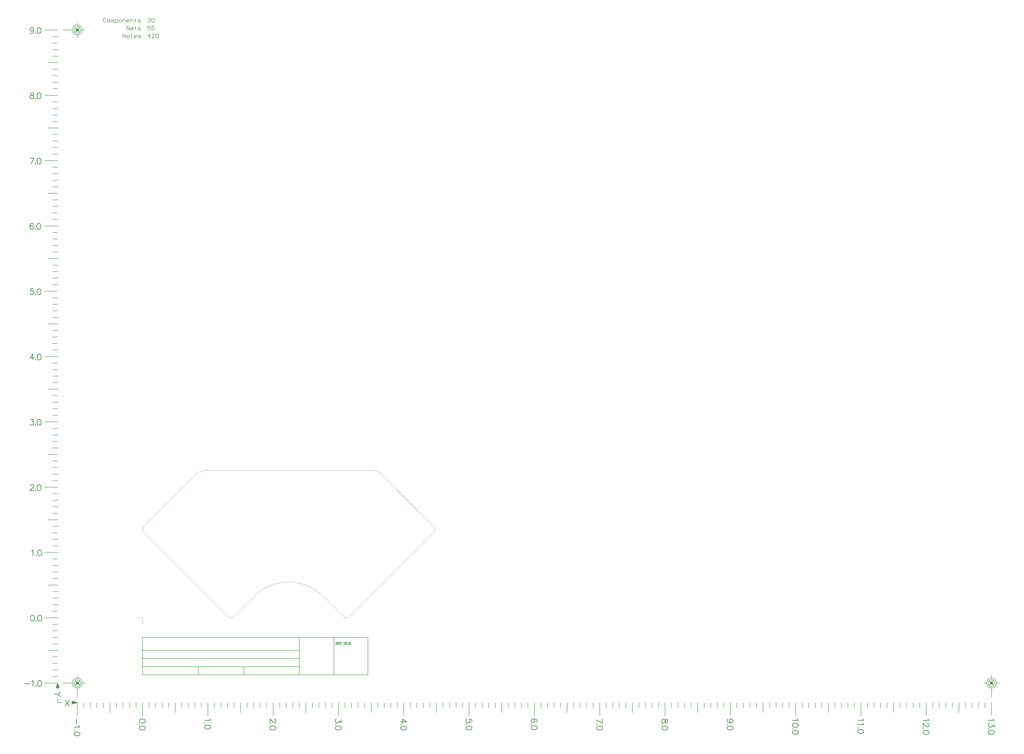
<source format=gbo>
G04 This is an RS-274x file exported by *
G04 gerbv version 2.6A *
G04 More information is available about gerbv at *
G04 http://gerbv.geda-project.org/ *
G04 --End of header info--*
%MOIN*%
%FSLAX34Y34*%
%IPPOS*%
G04 --Define apertures--*
%ADD10C,0.0050*%
%ADD11C,0.0070*%
%ADD12C,0.0090*%
%ADD13C,0.0080*%
%ADD14C,0.0010*%
%ADD15C,0.0100*%
%ADD16C,0.0300*%
G04 --Start main section--*
G54D10*
G01X0029600Y-003750D02*
G01X0029600Y-004100D01*
G01X0029617Y-003750D02*
G01X0029617Y-004100D01*
G01X0029550Y-003750D02*
G01X0029750Y-003750D01*
G01X0029750Y-003750D02*
G01X0029800Y-003767D01*
G01X0029800Y-003767D02*
G01X0029817Y-003783D01*
G01X0029817Y-003783D02*
G01X0029833Y-003817D01*
G01X0029833Y-003817D02*
G01X0029833Y-003850D01*
G01X0029833Y-003850D02*
G01X0029817Y-003883D01*
G01X0029817Y-003883D02*
G01X0029800Y-003900D01*
G01X0029800Y-003900D02*
G01X0029750Y-003917D01*
G01X0029750Y-003750D02*
G01X0029783Y-003767D01*
G01X0029783Y-003767D02*
G01X0029800Y-003783D01*
G01X0029800Y-003783D02*
G01X0029817Y-003817D01*
G01X0029817Y-003817D02*
G01X0029817Y-003850D01*
G01X0029817Y-003850D02*
G01X0029800Y-003883D01*
G01X0029800Y-003883D02*
G01X0029783Y-003900D01*
G01X0029783Y-003900D02*
G01X0029750Y-003917D01*
G01X0029617Y-003917D02*
G01X0029750Y-003917D01*
G01X0029750Y-003917D02*
G01X0029800Y-003933D01*
G01X0029800Y-003933D02*
G01X0029817Y-003950D01*
G01X0029817Y-003950D02*
G01X0029833Y-003983D01*
G01X0029833Y-003983D02*
G01X0029833Y-004033D01*
G01X0029833Y-004033D02*
G01X0029817Y-004067D01*
G01X0029817Y-004067D02*
G01X0029800Y-004083D01*
G01X0029800Y-004083D02*
G01X0029750Y-004100D01*
G01X0029750Y-004100D02*
G01X0029550Y-004100D01*
G01X0029750Y-003917D02*
G01X0029783Y-003933D01*
G01X0029783Y-003933D02*
G01X0029800Y-003950D01*
G01X0029800Y-003950D02*
G01X0029817Y-003983D01*
G01X0029817Y-003983D02*
G01X0029817Y-004033D01*
G01X0029817Y-004033D02*
G01X0029800Y-004067D01*
G01X0029800Y-004067D02*
G01X0029783Y-004083D01*
G01X0029783Y-004083D02*
G01X0029750Y-004100D01*
G01X0029997Y-003750D02*
G01X0029947Y-003767D01*
G01X0029947Y-003767D02*
G01X0029913Y-003800D01*
G01X0029913Y-003800D02*
G01X0029897Y-003833D01*
G01X0029897Y-003833D02*
G01X0029880Y-003900D01*
G01X0029880Y-003900D02*
G01X0029880Y-003950D01*
G01X0029880Y-003950D02*
G01X0029897Y-004017D01*
G01X0029897Y-004017D02*
G01X0029913Y-004050D01*
G01X0029913Y-004050D02*
G01X0029947Y-004083D01*
G01X0029947Y-004083D02*
G01X0029997Y-004100D01*
G01X0029997Y-004100D02*
G01X0030030Y-004100D01*
G01X0030030Y-004100D02*
G01X0030080Y-004083D01*
G01X0030080Y-004083D02*
G01X0030113Y-004050D01*
G01X0030113Y-004050D02*
G01X0030130Y-004017D01*
G01X0030130Y-004017D02*
G01X0030147Y-003950D01*
G01X0030147Y-003950D02*
G01X0030147Y-003900D01*
G01X0030147Y-003900D02*
G01X0030130Y-003833D01*
G01X0030130Y-003833D02*
G01X0030113Y-003800D01*
G01X0030113Y-003800D02*
G01X0030080Y-003767D01*
G01X0030080Y-003767D02*
G01X0030030Y-003750D01*
G01X0030030Y-003750D02*
G01X0029997Y-003750D01*
G01X0029997Y-003750D02*
G01X0029963Y-003767D01*
G01X0029963Y-003767D02*
G01X0029930Y-003800D01*
G01X0029930Y-003800D02*
G01X0029913Y-003833D01*
G01X0029913Y-003833D02*
G01X0029897Y-003900D01*
G01X0029897Y-003900D02*
G01X0029897Y-003950D01*
G01X0029897Y-003950D02*
G01X0029913Y-004017D01*
G01X0029913Y-004017D02*
G01X0029930Y-004050D01*
G01X0029930Y-004050D02*
G01X0029963Y-004083D01*
G01X0029963Y-004083D02*
G01X0029997Y-004100D01*
G01X0030030Y-004100D02*
G01X0030063Y-004083D01*
G01X0030063Y-004083D02*
G01X0030097Y-004050D01*
G01X0030097Y-004050D02*
G01X0030113Y-004017D01*
G01X0030113Y-004017D02*
G01X0030130Y-003950D01*
G01X0030130Y-003950D02*
G01X0030130Y-003900D01*
G01X0030130Y-003900D02*
G01X0030113Y-003833D01*
G01X0030113Y-003833D02*
G01X0030097Y-003800D01*
G01X0030097Y-003800D02*
G01X0030063Y-003767D01*
G01X0030063Y-003767D02*
G01X0030030Y-003750D01*
G01X0030312Y-003750D02*
G01X0030312Y-004100D01*
G01X0030328Y-003750D02*
G01X0030328Y-004100D01*
G01X0030212Y-003750D02*
G01X0030195Y-003850D01*
G01X0030195Y-003850D02*
G01X0030195Y-003750D01*
G01X0030195Y-003750D02*
G01X0030445Y-003750D01*
G01X0030445Y-003750D02*
G01X0030445Y-003850D01*
G01X0030445Y-003850D02*
G01X0030428Y-003750D01*
G01X0030262Y-004100D02*
G01X0030378Y-004100D01*
G01X0031026Y-003800D02*
G01X0031043Y-003750D01*
G01X0031043Y-003750D02*
G01X0031043Y-003850D01*
G01X0031043Y-003850D02*
G01X0031026Y-003800D01*
G01X0031026Y-003800D02*
G01X0030993Y-003767D01*
G01X0030993Y-003767D02*
G01X0030943Y-003750D01*
G01X0030943Y-003750D02*
G01X0030893Y-003750D01*
G01X0030893Y-003750D02*
G01X0030843Y-003767D01*
G01X0030843Y-003767D02*
G01X0030810Y-003800D01*
G01X0030810Y-003800D02*
G01X0030810Y-003833D01*
G01X0030810Y-003833D02*
G01X0030826Y-003867D01*
G01X0030826Y-003867D02*
G01X0030843Y-003883D01*
G01X0030843Y-003883D02*
G01X0030876Y-003900D01*
G01X0030876Y-003900D02*
G01X0030976Y-003933D01*
G01X0030976Y-003933D02*
G01X0031010Y-003950D01*
G01X0031010Y-003950D02*
G01X0031043Y-003983D01*
G01X0030810Y-003833D02*
G01X0030843Y-003867D01*
G01X0030843Y-003867D02*
G01X0030876Y-003883D01*
G01X0030876Y-003883D02*
G01X0030976Y-003917D01*
G01X0030976Y-003917D02*
G01X0031010Y-003933D01*
G01X0031010Y-003933D02*
G01X0031026Y-003950D01*
G01X0031026Y-003950D02*
G01X0031043Y-003983D01*
G01X0031043Y-003983D02*
G01X0031043Y-004050D01*
G01X0031043Y-004050D02*
G01X0031010Y-004083D01*
G01X0031010Y-004083D02*
G01X0030960Y-004100D01*
G01X0030960Y-004100D02*
G01X0030910Y-004100D01*
G01X0030910Y-004100D02*
G01X0030860Y-004083D01*
G01X0030860Y-004083D02*
G01X0030826Y-004050D01*
G01X0030826Y-004050D02*
G01X0030810Y-004000D01*
G01X0030810Y-004000D02*
G01X0030810Y-004100D01*
G01X0030810Y-004100D02*
G01X0030826Y-004050D01*
G01X0031145Y-003750D02*
G01X0031145Y-004100D01*
G01X0031161Y-003750D02*
G01X0031161Y-004100D01*
G01X0031095Y-003750D02*
G01X0031211Y-003750D01*
G01X0031095Y-004100D02*
G01X0031211Y-004100D01*
G01X0031325Y-003750D02*
G01X0031325Y-004100D01*
G01X0031341Y-003750D02*
G01X0031341Y-004100D01*
G01X0031275Y-003750D02*
G01X0031391Y-003750D01*
G01X0031275Y-004100D02*
G01X0031525Y-004100D01*
G01X0031525Y-004100D02*
G01X0031525Y-004000D01*
G01X0031525Y-004000D02*
G01X0031508Y-004100D01*
G01X0031625Y-003750D02*
G01X0031625Y-004100D01*
G01X0031641Y-003750D02*
G01X0031641Y-004100D01*
G01X0031858Y-003750D02*
G01X0031641Y-003967D01*
G01X0031725Y-003900D02*
G01X0031858Y-004100D01*
G01X0031708Y-003900D02*
G01X0031841Y-004100D01*
G01X0031575Y-003750D02*
G01X0031691Y-003750D01*
G01X0031791Y-003750D02*
G01X0031891Y-003750D01*
G01X0031575Y-004100D02*
G01X0031691Y-004100D01*
G01X0031791Y-004100D02*
G01X0031891Y-004100D01*
G01X0000000Y-003000D02*
G01X0034500Y-003000D01*
G01X0015500Y-008750D02*
G01X0015500Y-007500D01*
G01X0008550Y-008750D02*
G01X0008550Y-007500D01*
G01X0034500Y-008750D02*
G01X0034500Y-003000D01*
G01X0029300Y-008750D02*
G01X0029300Y-003000D01*
G01X0000000Y-008750D02*
G01X0000000Y-003000D01*
G01X0000000Y-008750D02*
G01X0034500Y-008750D01*
G01X0007000Y-005000D02*
G01X0024000Y-005000D01*
G01X0000000Y-007500D02*
G01X0024000Y-007500D01*
G01X0024000Y-008750D02*
G01X0024000Y-003000D01*
G01X0000000Y-006250D02*
G01X0024000Y-006250D01*
G01X0000000Y-005000D02*
G01X0007000Y-005000D01*
G54D12*
G01X-010114Y-015500D02*
G01X-010114Y-016271D01*
G01X-009772Y-016537D02*
G01X-009729Y-016623D01*
G01X-009729Y-016623D02*
G01X-009600Y-016751D01*
G01X-009600Y-016751D02*
G01X-010500Y-016751D01*
G01X-010414Y-017240D02*
G01X-010457Y-017197D01*
G01X-010457Y-017197D02*
G01X-010500Y-017240D01*
G01X-010500Y-017240D02*
G01X-010457Y-017282D01*
G01X-010457Y-017282D02*
G01X-010414Y-017240D01*
G01X-009600Y-017737D02*
G01X-009643Y-017608D01*
G01X-009643Y-017608D02*
G01X-009772Y-017522D01*
G01X-009772Y-017522D02*
G01X-009986Y-017480D01*
G01X-009986Y-017480D02*
G01X-010114Y-017480D01*
G01X-010114Y-017480D02*
G01X-010329Y-017522D01*
G01X-010329Y-017522D02*
G01X-010457Y-017608D01*
G01X-010457Y-017608D02*
G01X-010500Y-017737D01*
G01X-010500Y-017737D02*
G01X-010500Y-017822D01*
G01X-010500Y-017822D02*
G01X-010457Y-017951D01*
G01X-010457Y-017951D02*
G01X-010329Y-018037D01*
G01X-010329Y-018037D02*
G01X-010114Y-018079D01*
G01X-010114Y-018079D02*
G01X-009986Y-018079D01*
G01X-009986Y-018079D02*
G01X-009772Y-018037D01*
G01X-009772Y-018037D02*
G01X-009643Y-017951D01*
G01X-009643Y-017951D02*
G01X-009600Y-017822D01*
G01X-009600Y-017822D02*
G01X-009600Y-017737D01*
G01X-018050Y-010113D02*
G01X-017279Y-010113D01*
G01X-017013Y-009770D02*
G01X-016927Y-009727D01*
G01X-016927Y-009727D02*
G01X-016799Y-009599D01*
G01X-016799Y-009599D02*
G01X-016799Y-010498D01*
G01X-016310Y-010413D02*
G01X-016353Y-010456D01*
G01X-016353Y-010456D02*
G01X-016310Y-010498D01*
G01X-016310Y-010498D02*
G01X-016268Y-010456D01*
G01X-016268Y-010456D02*
G01X-016310Y-010413D01*
G01X-015813Y-009599D02*
G01X-015942Y-009641D01*
G01X-015942Y-009641D02*
G01X-016028Y-009770D01*
G01X-016028Y-009770D02*
G01X-016070Y-009984D01*
G01X-016070Y-009984D02*
G01X-016070Y-010113D01*
G01X-016070Y-010113D02*
G01X-016028Y-010327D01*
G01X-016028Y-010327D02*
G01X-015942Y-010456D01*
G01X-015942Y-010456D02*
G01X-015813Y-010498D01*
G01X-015813Y-010498D02*
G01X-015728Y-010498D01*
G01X-015728Y-010498D02*
G01X-015599Y-010456D01*
G01X-015599Y-010456D02*
G01X-015513Y-010327D01*
G01X-015513Y-010327D02*
G01X-015471Y-010113D01*
G01X-015471Y-010113D02*
G01X-015471Y-009984D01*
G01X-015471Y-009984D02*
G01X-015513Y-009770D01*
G01X-015513Y-009770D02*
G01X-015599Y-009641D01*
G01X-015599Y-009641D02*
G01X-015728Y-009599D01*
G01X-015728Y-009599D02*
G01X-015813Y-009599D01*
G01X-016893Y0000401D02*
G01X-017021Y0000359D01*
G01X-017021Y0000359D02*
G01X-017107Y0000230D01*
G01X-017107Y0000230D02*
G01X-017150Y0000016D01*
G01X-017150Y0000016D02*
G01X-017150Y-000113D01*
G01X-017150Y-000113D02*
G01X-017107Y-000327D01*
G01X-017107Y-000327D02*
G01X-017021Y-000456D01*
G01X-017021Y-000456D02*
G01X-016893Y-000498D01*
G01X-016893Y-000498D02*
G01X-016807Y-000498D01*
G01X-016807Y-000498D02*
G01X-016679Y-000456D01*
G01X-016679Y-000456D02*
G01X-016593Y-000327D01*
G01X-016593Y-000327D02*
G01X-016550Y-000113D01*
G01X-016550Y-000113D02*
G01X-016550Y0000016D01*
G01X-016550Y0000016D02*
G01X-016593Y0000230D01*
G01X-016593Y0000230D02*
G01X-016679Y0000359D01*
G01X-016679Y0000359D02*
G01X-016807Y0000401D01*
G01X-016807Y0000401D02*
G01X-016893Y0000401D01*
G01X-016306Y-000413D02*
G01X-016349Y-000456D01*
G01X-016349Y-000456D02*
G01X-016306Y-000498D01*
G01X-016306Y-000498D02*
G01X-016263Y-000456D01*
G01X-016263Y-000456D02*
G01X-016306Y-000413D01*
G01X-015809Y0000401D02*
G01X-015937Y0000359D01*
G01X-015937Y0000359D02*
G01X-016023Y0000230D01*
G01X-016023Y0000230D02*
G01X-016066Y0000016D01*
G01X-016066Y0000016D02*
G01X-016066Y-000113D01*
G01X-016066Y-000113D02*
G01X-016023Y-000327D01*
G01X-016023Y-000327D02*
G01X-015937Y-000456D01*
G01X-015937Y-000456D02*
G01X-015809Y-000498D01*
G01X-015809Y-000498D02*
G01X-015723Y-000498D01*
G01X-015723Y-000498D02*
G01X-015595Y-000456D01*
G01X-015595Y-000456D02*
G01X-015509Y-000327D01*
G01X-015509Y-000327D02*
G01X-015466Y-000113D01*
G01X-015466Y-000113D02*
G01X-015466Y0000016D01*
G01X-015466Y0000016D02*
G01X-015509Y0000230D01*
G01X-015509Y0000230D02*
G01X-015595Y0000359D01*
G01X-015595Y0000359D02*
G01X-015723Y0000401D01*
G01X-015723Y0000401D02*
G01X-015809Y0000401D01*
G01X0000400Y-015757D02*
G01X0000357Y-015629D01*
G01X0000357Y-015629D02*
G01X0000228Y-015543D01*
G01X0000228Y-015543D02*
G01X0000014Y-015500D01*
G01X0000014Y-015500D02*
G01X-000114Y-015500D01*
G01X-000114Y-015500D02*
G01X-000329Y-015543D01*
G01X-000329Y-015543D02*
G01X-000457Y-015629D01*
G01X-000457Y-015629D02*
G01X-000500Y-015757D01*
G01X-000500Y-015757D02*
G01X-000500Y-015843D01*
G01X-000500Y-015843D02*
G01X-000457Y-015971D01*
G01X-000457Y-015971D02*
G01X-000329Y-016057D01*
G01X-000329Y-016057D02*
G01X-000114Y-016100D01*
G01X-000114Y-016100D02*
G01X0000014Y-016100D01*
G01X0000014Y-016100D02*
G01X0000228Y-016057D01*
G01X0000228Y-016057D02*
G01X0000357Y-015971D01*
G01X0000357Y-015971D02*
G01X0000400Y-015843D01*
G01X0000400Y-015843D02*
G01X0000400Y-015757D01*
G01X-000414Y-016344D02*
G01X-000457Y-016301D01*
G01X-000457Y-016301D02*
G01X-000500Y-016344D01*
G01X-000500Y-016344D02*
G01X-000457Y-016387D01*
G01X-000457Y-016387D02*
G01X-000414Y-016344D01*
G01X0000400Y-016841D02*
G01X0000357Y-016713D01*
G01X0000357Y-016713D02*
G01X0000228Y-016627D01*
G01X0000228Y-016627D02*
G01X0000014Y-016584D01*
G01X0000014Y-016584D02*
G01X-000114Y-016584D01*
G01X-000114Y-016584D02*
G01X-000329Y-016627D01*
G01X-000329Y-016627D02*
G01X-000457Y-016713D01*
G01X-000457Y-016713D02*
G01X-000500Y-016841D01*
G01X-000500Y-016841D02*
G01X-000500Y-016927D01*
G01X-000500Y-016927D02*
G01X-000457Y-017055D01*
G01X-000457Y-017055D02*
G01X-000329Y-017141D01*
G01X-000329Y-017141D02*
G01X-000114Y-017184D01*
G01X-000114Y-017184D02*
G01X0000014Y-017184D01*
G01X0000014Y-017184D02*
G01X0000228Y-017141D01*
G01X0000228Y-017141D02*
G01X0000357Y-017055D01*
G01X0000357Y-017055D02*
G01X0000400Y-016927D01*
G01X0000400Y-016927D02*
G01X0000400Y-016841D01*
G01X0130228Y-015500D02*
G01X0130271Y-015586D01*
G01X0130271Y-015586D02*
G01X0130400Y-015714D01*
G01X0130400Y-015714D02*
G01X0129500Y-015714D01*
G01X0130400Y-016246D02*
G01X0130400Y-016717D01*
G01X0130400Y-016717D02*
G01X0130057Y-016460D01*
G01X0130057Y-016460D02*
G01X0130057Y-016588D01*
G01X0130057Y-016588D02*
G01X0130014Y-016674D01*
G01X0130014Y-016674D02*
G01X0129971Y-016717D01*
G01X0129971Y-016717D02*
G01X0129843Y-016760D01*
G01X0129843Y-016760D02*
G01X0129757Y-016760D01*
G01X0129757Y-016760D02*
G01X0129629Y-016717D01*
G01X0129629Y-016717D02*
G01X0129543Y-016631D01*
G01X0129543Y-016631D02*
G01X0129500Y-016503D01*
G01X0129500Y-016503D02*
G01X0129500Y-016374D01*
G01X0129500Y-016374D02*
G01X0129543Y-016246D01*
G01X0129543Y-016246D02*
G01X0129586Y-016203D01*
G01X0129586Y-016203D02*
G01X0129671Y-016160D01*
G01X0129586Y-017004D02*
G01X0129543Y-016961D01*
G01X0129543Y-016961D02*
G01X0129500Y-017004D01*
G01X0129500Y-017004D02*
G01X0129543Y-017047D01*
G01X0129543Y-017047D02*
G01X0129586Y-017004D01*
G01X0130400Y-017501D02*
G01X0130357Y-017372D01*
G01X0130357Y-017372D02*
G01X0130228Y-017287D01*
G01X0130228Y-017287D02*
G01X0130014Y-017244D01*
G01X0130014Y-017244D02*
G01X0129886Y-017244D01*
G01X0129886Y-017244D02*
G01X0129671Y-017287D01*
G01X0129671Y-017287D02*
G01X0129543Y-017372D01*
G01X0129543Y-017372D02*
G01X0129500Y-017501D01*
G01X0129500Y-017501D02*
G01X0129500Y-017587D01*
G01X0129500Y-017587D02*
G01X0129543Y-017715D01*
G01X0129543Y-017715D02*
G01X0129671Y-017801D01*
G01X0129671Y-017801D02*
G01X0129886Y-017844D01*
G01X0129886Y-017844D02*
G01X0130014Y-017844D01*
G01X0130014Y-017844D02*
G01X0130228Y-017801D01*
G01X0130228Y-017801D02*
G01X0130357Y-017715D01*
G01X0130357Y-017715D02*
G01X0130400Y-017587D01*
G01X0130400Y-017587D02*
G01X0130400Y-017501D01*
G01X0120228Y-015500D02*
G01X0120271Y-015586D01*
G01X0120271Y-015586D02*
G01X0120400Y-015714D01*
G01X0120400Y-015714D02*
G01X0119500Y-015714D01*
G01X0120186Y-016203D02*
G01X0120228Y-016203D01*
G01X0120228Y-016203D02*
G01X0120314Y-016246D01*
G01X0120314Y-016246D02*
G01X0120357Y-016288D01*
G01X0120357Y-016288D02*
G01X0120400Y-016374D01*
G01X0120400Y-016374D02*
G01X0120400Y-016545D01*
G01X0120400Y-016545D02*
G01X0120357Y-016631D01*
G01X0120357Y-016631D02*
G01X0120314Y-016674D01*
G01X0120314Y-016674D02*
G01X0120228Y-016717D01*
G01X0120228Y-016717D02*
G01X0120143Y-016717D01*
G01X0120143Y-016717D02*
G01X0120057Y-016674D01*
G01X0120057Y-016674D02*
G01X0119928Y-016588D01*
G01X0119928Y-016588D02*
G01X0119500Y-016160D01*
G01X0119500Y-016160D02*
G01X0119500Y-016760D01*
G01X0119586Y-017004D02*
G01X0119543Y-016961D01*
G01X0119543Y-016961D02*
G01X0119500Y-017004D01*
G01X0119500Y-017004D02*
G01X0119543Y-017047D01*
G01X0119543Y-017047D02*
G01X0119586Y-017004D01*
G01X0120400Y-017501D02*
G01X0120357Y-017372D01*
G01X0120357Y-017372D02*
G01X0120228Y-017287D01*
G01X0120228Y-017287D02*
G01X0120014Y-017244D01*
G01X0120014Y-017244D02*
G01X0119886Y-017244D01*
G01X0119886Y-017244D02*
G01X0119671Y-017287D01*
G01X0119671Y-017287D02*
G01X0119543Y-017372D01*
G01X0119543Y-017372D02*
G01X0119500Y-017501D01*
G01X0119500Y-017501D02*
G01X0119500Y-017587D01*
G01X0119500Y-017587D02*
G01X0119543Y-017715D01*
G01X0119543Y-017715D02*
G01X0119671Y-017801D01*
G01X0119671Y-017801D02*
G01X0119886Y-017844D01*
G01X0119886Y-017844D02*
G01X0120014Y-017844D01*
G01X0120014Y-017844D02*
G01X0120228Y-017801D01*
G01X0120228Y-017801D02*
G01X0120357Y-017715D01*
G01X0120357Y-017715D02*
G01X0120400Y-017587D01*
G01X0120400Y-017587D02*
G01X0120400Y-017501D01*
G01X0110228Y-015500D02*
G01X0110271Y-015586D01*
G01X0110271Y-015586D02*
G01X0110400Y-015714D01*
G01X0110400Y-015714D02*
G01X0109500Y-015714D01*
G01X0110228Y-016160D02*
G01X0110271Y-016246D01*
G01X0110271Y-016246D02*
G01X0110400Y-016374D01*
G01X0110400Y-016374D02*
G01X0109500Y-016374D01*
G01X0109586Y-016863D02*
G01X0109543Y-016820D01*
G01X0109543Y-016820D02*
G01X0109500Y-016863D01*
G01X0109500Y-016863D02*
G01X0109543Y-016905D01*
G01X0109543Y-016905D02*
G01X0109586Y-016863D01*
G01X0110400Y-017360D02*
G01X0110357Y-017231D01*
G01X0110357Y-017231D02*
G01X0110228Y-017145D01*
G01X0110228Y-017145D02*
G01X0110014Y-017103D01*
G01X0110014Y-017103D02*
G01X0109886Y-017103D01*
G01X0109886Y-017103D02*
G01X0109671Y-017145D01*
G01X0109671Y-017145D02*
G01X0109543Y-017231D01*
G01X0109543Y-017231D02*
G01X0109500Y-017360D01*
G01X0109500Y-017360D02*
G01X0109500Y-017445D01*
G01X0109500Y-017445D02*
G01X0109543Y-017574D01*
G01X0109543Y-017574D02*
G01X0109671Y-017660D01*
G01X0109671Y-017660D02*
G01X0109886Y-017702D01*
G01X0109886Y-017702D02*
G01X0110014Y-017702D01*
G01X0110014Y-017702D02*
G01X0110228Y-017660D01*
G01X0110228Y-017660D02*
G01X0110357Y-017574D01*
G01X0110357Y-017574D02*
G01X0110400Y-017445D01*
G01X0110400Y-017445D02*
G01X0110400Y-017360D01*
G01X0100228Y-015500D02*
G01X0100271Y-015586D01*
G01X0100271Y-015586D02*
G01X0100400Y-015714D01*
G01X0100400Y-015714D02*
G01X0099500Y-015714D01*
G01X0100400Y-016417D02*
G01X0100357Y-016288D01*
G01X0100357Y-016288D02*
G01X0100228Y-016203D01*
G01X0100228Y-016203D02*
G01X0100014Y-016160D01*
G01X0100014Y-016160D02*
G01X0099886Y-016160D01*
G01X0099886Y-016160D02*
G01X0099671Y-016203D01*
G01X0099671Y-016203D02*
G01X0099543Y-016288D01*
G01X0099543Y-016288D02*
G01X0099500Y-016417D01*
G01X0099500Y-016417D02*
G01X0099500Y-016503D01*
G01X0099500Y-016503D02*
G01X0099543Y-016631D01*
G01X0099543Y-016631D02*
G01X0099671Y-016717D01*
G01X0099671Y-016717D02*
G01X0099886Y-016760D01*
G01X0099886Y-016760D02*
G01X0100014Y-016760D01*
G01X0100014Y-016760D02*
G01X0100228Y-016717D01*
G01X0100228Y-016717D02*
G01X0100357Y-016631D01*
G01X0100357Y-016631D02*
G01X0100400Y-016503D01*
G01X0100400Y-016503D02*
G01X0100400Y-016417D01*
G01X0099586Y-017004D02*
G01X0099543Y-016961D01*
G01X0099543Y-016961D02*
G01X0099500Y-017004D01*
G01X0099500Y-017004D02*
G01X0099543Y-017047D01*
G01X0099543Y-017047D02*
G01X0099586Y-017004D01*
G01X0100400Y-017501D02*
G01X0100357Y-017372D01*
G01X0100357Y-017372D02*
G01X0100228Y-017287D01*
G01X0100228Y-017287D02*
G01X0100014Y-017244D01*
G01X0100014Y-017244D02*
G01X0099886Y-017244D01*
G01X0099886Y-017244D02*
G01X0099671Y-017287D01*
G01X0099671Y-017287D02*
G01X0099543Y-017372D01*
G01X0099543Y-017372D02*
G01X0099500Y-017501D01*
G01X0099500Y-017501D02*
G01X0099500Y-017587D01*
G01X0099500Y-017587D02*
G01X0099543Y-017715D01*
G01X0099543Y-017715D02*
G01X0099671Y-017801D01*
G01X0099671Y-017801D02*
G01X0099886Y-017844D01*
G01X0099886Y-017844D02*
G01X0100014Y-017844D01*
G01X0100014Y-017844D02*
G01X0100228Y-017801D01*
G01X0100228Y-017801D02*
G01X0100357Y-017715D01*
G01X0100357Y-017715D02*
G01X0100400Y-017587D01*
G01X0100400Y-017587D02*
G01X0100400Y-017501D01*
G01X-016693Y0090100D02*
G01X-016736Y0089971D01*
G01X-016736Y0089971D02*
G01X-016822Y0089886D01*
G01X-016822Y0089886D02*
G01X-016950Y0089843D01*
G01X-016950Y0089843D02*
G01X-016993Y0089843D01*
G01X-016993Y0089843D02*
G01X-017121Y0089886D01*
G01X-017121Y0089886D02*
G01X-017207Y0089971D01*
G01X-017207Y0089971D02*
G01X-017250Y0090100D01*
G01X-017250Y0090100D02*
G01X-017250Y0090143D01*
G01X-017250Y0090143D02*
G01X-017207Y0090271D01*
G01X-017207Y0090271D02*
G01X-017121Y0090357D01*
G01X-017121Y0090357D02*
G01X-016993Y0090400D01*
G01X-016993Y0090400D02*
G01X-016950Y0090400D01*
G01X-016950Y0090400D02*
G01X-016822Y0090357D01*
G01X-016822Y0090357D02*
G01X-016736Y0090271D01*
G01X-016736Y0090271D02*
G01X-016693Y0090100D01*
G01X-016693Y0090100D02*
G01X-016693Y0089886D01*
G01X-016693Y0089886D02*
G01X-016736Y0089671D01*
G01X-016736Y0089671D02*
G01X-016822Y0089543D01*
G01X-016822Y0089543D02*
G01X-016950Y0089500D01*
G01X-016950Y0089500D02*
G01X-017036Y0089500D01*
G01X-017036Y0089500D02*
G01X-017164Y0089543D01*
G01X-017164Y0089543D02*
G01X-017207Y0089629D01*
G01X-016406Y0089586D02*
G01X-016449Y0089543D01*
G01X-016449Y0089543D02*
G01X-016406Y0089500D01*
G01X-016406Y0089500D02*
G01X-016363Y0089543D01*
G01X-016363Y0089543D02*
G01X-016406Y0089586D01*
G01X-015909Y0090400D02*
G01X-016037Y0090357D01*
G01X-016037Y0090357D02*
G01X-016123Y0090228D01*
G01X-016123Y0090228D02*
G01X-016166Y0090014D01*
G01X-016166Y0090014D02*
G01X-016166Y0089886D01*
G01X-016166Y0089886D02*
G01X-016123Y0089671D01*
G01X-016123Y0089671D02*
G01X-016037Y0089543D01*
G01X-016037Y0089543D02*
G01X-015909Y0089500D01*
G01X-015909Y0089500D02*
G01X-015823Y0089500D01*
G01X-015823Y0089500D02*
G01X-015695Y0089543D01*
G01X-015695Y0089543D02*
G01X-015609Y0089671D01*
G01X-015609Y0089671D02*
G01X-015566Y0089886D01*
G01X-015566Y0089886D02*
G01X-015566Y0090014D01*
G01X-015566Y0090014D02*
G01X-015609Y0090228D01*
G01X-015609Y0090228D02*
G01X-015695Y0090357D01*
G01X-015695Y0090357D02*
G01X-015823Y0090400D01*
G01X-015823Y0090400D02*
G01X-015909Y0090400D01*
G01X-017036Y0080400D02*
G01X-017164Y0080357D01*
G01X-017164Y0080357D02*
G01X-017207Y0080271D01*
G01X-017207Y0080271D02*
G01X-017207Y0080186D01*
G01X-017207Y0080186D02*
G01X-017164Y0080100D01*
G01X-017164Y0080100D02*
G01X-017079Y0080057D01*
G01X-017079Y0080057D02*
G01X-016907Y0080014D01*
G01X-016907Y0080014D02*
G01X-016779Y0079971D01*
G01X-016779Y0079971D02*
G01X-016693Y0079886D01*
G01X-016693Y0079886D02*
G01X-016650Y0079800D01*
G01X-016650Y0079800D02*
G01X-016650Y0079671D01*
G01X-016650Y0079671D02*
G01X-016693Y0079586D01*
G01X-016693Y0079586D02*
G01X-016736Y0079543D01*
G01X-016736Y0079543D02*
G01X-016864Y0079500D01*
G01X-016864Y0079500D02*
G01X-017036Y0079500D01*
G01X-017036Y0079500D02*
G01X-017164Y0079543D01*
G01X-017164Y0079543D02*
G01X-017207Y0079586D01*
G01X-017207Y0079586D02*
G01X-017250Y0079671D01*
G01X-017250Y0079671D02*
G01X-017250Y0079800D01*
G01X-017250Y0079800D02*
G01X-017207Y0079886D01*
G01X-017207Y0079886D02*
G01X-017121Y0079971D01*
G01X-017121Y0079971D02*
G01X-016993Y0080014D01*
G01X-016993Y0080014D02*
G01X-016822Y0080057D01*
G01X-016822Y0080057D02*
G01X-016736Y0080100D01*
G01X-016736Y0080100D02*
G01X-016693Y0080186D01*
G01X-016693Y0080186D02*
G01X-016693Y0080271D01*
G01X-016693Y0080271D02*
G01X-016736Y0080357D01*
G01X-016736Y0080357D02*
G01X-016864Y0080400D01*
G01X-016864Y0080400D02*
G01X-017036Y0080400D01*
G01X-016406Y0079586D02*
G01X-016449Y0079543D01*
G01X-016449Y0079543D02*
G01X-016406Y0079500D01*
G01X-016406Y0079500D02*
G01X-016363Y0079543D01*
G01X-016363Y0079543D02*
G01X-016406Y0079586D01*
G01X-015909Y0080400D02*
G01X-016037Y0080357D01*
G01X-016037Y0080357D02*
G01X-016123Y0080228D01*
G01X-016123Y0080228D02*
G01X-016166Y0080014D01*
G01X-016166Y0080014D02*
G01X-016166Y0079886D01*
G01X-016166Y0079886D02*
G01X-016123Y0079671D01*
G01X-016123Y0079671D02*
G01X-016037Y0079543D01*
G01X-016037Y0079543D02*
G01X-015909Y0079500D01*
G01X-015909Y0079500D02*
G01X-015823Y0079500D01*
G01X-015823Y0079500D02*
G01X-015695Y0079543D01*
G01X-015695Y0079543D02*
G01X-015609Y0079671D01*
G01X-015609Y0079671D02*
G01X-015566Y0079886D01*
G01X-015566Y0079886D02*
G01X-015566Y0080014D01*
G01X-015566Y0080014D02*
G01X-015609Y0080228D01*
G01X-015609Y0080228D02*
G01X-015695Y0080357D01*
G01X-015695Y0080357D02*
G01X-015823Y0080400D01*
G01X-015823Y0080400D02*
G01X-015909Y0080400D01*
G01X-016650Y0070400D02*
G01X-017079Y0069500D01*
G01X-017250Y0070400D02*
G01X-016650Y0070400D01*
G01X-016406Y0069586D02*
G01X-016449Y0069543D01*
G01X-016449Y0069543D02*
G01X-016406Y0069500D01*
G01X-016406Y0069500D02*
G01X-016363Y0069543D01*
G01X-016363Y0069543D02*
G01X-016406Y0069586D01*
G01X-015909Y0070400D02*
G01X-016037Y0070357D01*
G01X-016037Y0070357D02*
G01X-016123Y0070228D01*
G01X-016123Y0070228D02*
G01X-016166Y0070014D01*
G01X-016166Y0070014D02*
G01X-016166Y0069886D01*
G01X-016166Y0069886D02*
G01X-016123Y0069671D01*
G01X-016123Y0069671D02*
G01X-016037Y0069543D01*
G01X-016037Y0069543D02*
G01X-015909Y0069500D01*
G01X-015909Y0069500D02*
G01X-015823Y0069500D01*
G01X-015823Y0069500D02*
G01X-015695Y0069543D01*
G01X-015695Y0069543D02*
G01X-015609Y0069671D01*
G01X-015609Y0069671D02*
G01X-015566Y0069886D01*
G01X-015566Y0069886D02*
G01X-015566Y0070014D01*
G01X-015566Y0070014D02*
G01X-015609Y0070228D01*
G01X-015609Y0070228D02*
G01X-015695Y0070357D01*
G01X-015695Y0070357D02*
G01X-015823Y0070400D01*
G01X-015823Y0070400D02*
G01X-015909Y0070400D01*
G01X0090100Y-016057D02*
G01X0089971Y-016014D01*
G01X0089971Y-016014D02*
G01X0089886Y-015928D01*
G01X0089886Y-015928D02*
G01X0089843Y-015800D01*
G01X0089843Y-015800D02*
G01X0089843Y-015757D01*
G01X0089843Y-015757D02*
G01X0089886Y-015629D01*
G01X0089886Y-015629D02*
G01X0089971Y-015543D01*
G01X0089971Y-015543D02*
G01X0090100Y-015500D01*
G01X0090100Y-015500D02*
G01X0090143Y-015500D01*
G01X0090143Y-015500D02*
G01X0090271Y-015543D01*
G01X0090271Y-015543D02*
G01X0090357Y-015629D01*
G01X0090357Y-015629D02*
G01X0090400Y-015757D01*
G01X0090400Y-015757D02*
G01X0090400Y-015800D01*
G01X0090400Y-015800D02*
G01X0090357Y-015928D01*
G01X0090357Y-015928D02*
G01X0090271Y-016014D01*
G01X0090271Y-016014D02*
G01X0090100Y-016057D01*
G01X0090100Y-016057D02*
G01X0089886Y-016057D01*
G01X0089886Y-016057D02*
G01X0089671Y-016014D01*
G01X0089671Y-016014D02*
G01X0089543Y-015928D01*
G01X0089543Y-015928D02*
G01X0089500Y-015800D01*
G01X0089500Y-015800D02*
G01X0089500Y-015714D01*
G01X0089500Y-015714D02*
G01X0089543Y-015586D01*
G01X0089543Y-015586D02*
G01X0089629Y-015543D01*
G01X0089586Y-016344D02*
G01X0089543Y-016301D01*
G01X0089543Y-016301D02*
G01X0089500Y-016344D01*
G01X0089500Y-016344D02*
G01X0089543Y-016387D01*
G01X0089543Y-016387D02*
G01X0089586Y-016344D01*
G01X0090400Y-016841D02*
G01X0090357Y-016713D01*
G01X0090357Y-016713D02*
G01X0090228Y-016627D01*
G01X0090228Y-016627D02*
G01X0090014Y-016584D01*
G01X0090014Y-016584D02*
G01X0089886Y-016584D01*
G01X0089886Y-016584D02*
G01X0089671Y-016627D01*
G01X0089671Y-016627D02*
G01X0089543Y-016713D01*
G01X0089543Y-016713D02*
G01X0089500Y-016841D01*
G01X0089500Y-016841D02*
G01X0089500Y-016927D01*
G01X0089500Y-016927D02*
G01X0089543Y-017055D01*
G01X0089543Y-017055D02*
G01X0089671Y-017141D01*
G01X0089671Y-017141D02*
G01X0089886Y-017184D01*
G01X0089886Y-017184D02*
G01X0090014Y-017184D01*
G01X0090014Y-017184D02*
G01X0090228Y-017141D01*
G01X0090228Y-017141D02*
G01X0090357Y-017055D01*
G01X0090357Y-017055D02*
G01X0090400Y-016927D01*
G01X0090400Y-016927D02*
G01X0090400Y-016841D01*
G01X0080400Y-015714D02*
G01X0080357Y-015586D01*
G01X0080357Y-015586D02*
G01X0080271Y-015543D01*
G01X0080271Y-015543D02*
G01X0080186Y-015543D01*
G01X0080186Y-015543D02*
G01X0080100Y-015586D01*
G01X0080100Y-015586D02*
G01X0080057Y-015671D01*
G01X0080057Y-015671D02*
G01X0080014Y-015843D01*
G01X0080014Y-015843D02*
G01X0079971Y-015971D01*
G01X0079971Y-015971D02*
G01X0079886Y-016057D01*
G01X0079886Y-016057D02*
G01X0079800Y-016100D01*
G01X0079800Y-016100D02*
G01X0079671Y-016100D01*
G01X0079671Y-016100D02*
G01X0079586Y-016057D01*
G01X0079586Y-016057D02*
G01X0079543Y-016014D01*
G01X0079543Y-016014D02*
G01X0079500Y-015886D01*
G01X0079500Y-015886D02*
G01X0079500Y-015714D01*
G01X0079500Y-015714D02*
G01X0079543Y-015586D01*
G01X0079543Y-015586D02*
G01X0079586Y-015543D01*
G01X0079586Y-015543D02*
G01X0079671Y-015500D01*
G01X0079671Y-015500D02*
G01X0079800Y-015500D01*
G01X0079800Y-015500D02*
G01X0079886Y-015543D01*
G01X0079886Y-015543D02*
G01X0079971Y-015629D01*
G01X0079971Y-015629D02*
G01X0080014Y-015757D01*
G01X0080014Y-015757D02*
G01X0080057Y-015928D01*
G01X0080057Y-015928D02*
G01X0080100Y-016014D01*
G01X0080100Y-016014D02*
G01X0080186Y-016057D01*
G01X0080186Y-016057D02*
G01X0080271Y-016057D01*
G01X0080271Y-016057D02*
G01X0080357Y-016014D01*
G01X0080357Y-016014D02*
G01X0080400Y-015886D01*
G01X0080400Y-015886D02*
G01X0080400Y-015714D01*
G01X0079586Y-016344D02*
G01X0079543Y-016301D01*
G01X0079543Y-016301D02*
G01X0079500Y-016344D01*
G01X0079500Y-016344D02*
G01X0079543Y-016387D01*
G01X0079543Y-016387D02*
G01X0079586Y-016344D01*
G01X0080400Y-016841D02*
G01X0080357Y-016713D01*
G01X0080357Y-016713D02*
G01X0080228Y-016627D01*
G01X0080228Y-016627D02*
G01X0080014Y-016584D01*
G01X0080014Y-016584D02*
G01X0079886Y-016584D01*
G01X0079886Y-016584D02*
G01X0079671Y-016627D01*
G01X0079671Y-016627D02*
G01X0079543Y-016713D01*
G01X0079543Y-016713D02*
G01X0079500Y-016841D01*
G01X0079500Y-016841D02*
G01X0079500Y-016927D01*
G01X0079500Y-016927D02*
G01X0079543Y-017055D01*
G01X0079543Y-017055D02*
G01X0079671Y-017141D01*
G01X0079671Y-017141D02*
G01X0079886Y-017184D01*
G01X0079886Y-017184D02*
G01X0080014Y-017184D01*
G01X0080014Y-017184D02*
G01X0080228Y-017141D01*
G01X0080228Y-017141D02*
G01X0080357Y-017055D01*
G01X0080357Y-017055D02*
G01X0080400Y-016927D01*
G01X0080400Y-016927D02*
G01X0080400Y-016841D01*
G01X0070400Y-016100D02*
G01X0069500Y-015671D01*
G01X0070400Y-015500D02*
G01X0070400Y-016100D01*
G01X0069586Y-016344D02*
G01X0069543Y-016301D01*
G01X0069543Y-016301D02*
G01X0069500Y-016344D01*
G01X0069500Y-016344D02*
G01X0069543Y-016387D01*
G01X0069543Y-016387D02*
G01X0069586Y-016344D01*
G01X0070400Y-016841D02*
G01X0070357Y-016713D01*
G01X0070357Y-016713D02*
G01X0070228Y-016627D01*
G01X0070228Y-016627D02*
G01X0070014Y-016584D01*
G01X0070014Y-016584D02*
G01X0069886Y-016584D01*
G01X0069886Y-016584D02*
G01X0069671Y-016627D01*
G01X0069671Y-016627D02*
G01X0069543Y-016713D01*
G01X0069543Y-016713D02*
G01X0069500Y-016841D01*
G01X0069500Y-016841D02*
G01X0069500Y-016927D01*
G01X0069500Y-016927D02*
G01X0069543Y-017055D01*
G01X0069543Y-017055D02*
G01X0069671Y-017141D01*
G01X0069671Y-017141D02*
G01X0069886Y-017184D01*
G01X0069886Y-017184D02*
G01X0070014Y-017184D01*
G01X0070014Y-017184D02*
G01X0070228Y-017141D01*
G01X0070228Y-017141D02*
G01X0070357Y-017055D01*
G01X0070357Y-017055D02*
G01X0070400Y-016927D01*
G01X0070400Y-016927D02*
G01X0070400Y-016841D01*
G01X-012600Y-011375D02*
G01X-013029Y-011718D01*
G01X-013029Y-011718D02*
G01X-013500Y-011718D01*
G01X-012600Y-012061D02*
G01X-013029Y-011718D01*
G01X-011875Y-012600D02*
G01X-011275Y-013500D01*
G01X-011275Y-012600D02*
G01X-011875Y-013500D01*
G01X0050400Y-016014D02*
G01X0050400Y-015586D01*
G01X0050400Y-015586D02*
G01X0050014Y-015543D01*
G01X0050014Y-015543D02*
G01X0050057Y-015586D01*
G01X0050057Y-015586D02*
G01X0050100Y-015714D01*
G01X0050100Y-015714D02*
G01X0050100Y-015843D01*
G01X0050100Y-015843D02*
G01X0050057Y-015971D01*
G01X0050057Y-015971D02*
G01X0049971Y-016057D01*
G01X0049971Y-016057D02*
G01X0049843Y-016100D01*
G01X0049843Y-016100D02*
G01X0049757Y-016100D01*
G01X0049757Y-016100D02*
G01X0049629Y-016057D01*
G01X0049629Y-016057D02*
G01X0049543Y-015971D01*
G01X0049543Y-015971D02*
G01X0049500Y-015843D01*
G01X0049500Y-015843D02*
G01X0049500Y-015714D01*
G01X0049500Y-015714D02*
G01X0049543Y-015586D01*
G01X0049543Y-015586D02*
G01X0049586Y-015543D01*
G01X0049586Y-015543D02*
G01X0049671Y-015500D01*
G01X0049586Y-016344D02*
G01X0049543Y-016301D01*
G01X0049543Y-016301D02*
G01X0049500Y-016344D01*
G01X0049500Y-016344D02*
G01X0049543Y-016387D01*
G01X0049543Y-016387D02*
G01X0049586Y-016344D01*
G01X0050400Y-016841D02*
G01X0050357Y-016713D01*
G01X0050357Y-016713D02*
G01X0050228Y-016627D01*
G01X0050228Y-016627D02*
G01X0050014Y-016584D01*
G01X0050014Y-016584D02*
G01X0049886Y-016584D01*
G01X0049886Y-016584D02*
G01X0049671Y-016627D01*
G01X0049671Y-016627D02*
G01X0049543Y-016713D01*
G01X0049543Y-016713D02*
G01X0049500Y-016841D01*
G01X0049500Y-016841D02*
G01X0049500Y-016927D01*
G01X0049500Y-016927D02*
G01X0049543Y-017055D01*
G01X0049543Y-017055D02*
G01X0049671Y-017141D01*
G01X0049671Y-017141D02*
G01X0049886Y-017184D01*
G01X0049886Y-017184D02*
G01X0050014Y-017184D01*
G01X0050014Y-017184D02*
G01X0050228Y-017141D01*
G01X0050228Y-017141D02*
G01X0050357Y-017055D01*
G01X0050357Y-017055D02*
G01X0050400Y-016927D01*
G01X0050400Y-016927D02*
G01X0050400Y-016841D01*
G01X0030400Y-015586D02*
G01X0030400Y-016057D01*
G01X0030400Y-016057D02*
G01X0030057Y-015800D01*
G01X0030057Y-015800D02*
G01X0030057Y-015928D01*
G01X0030057Y-015928D02*
G01X0030014Y-016014D01*
G01X0030014Y-016014D02*
G01X0029971Y-016057D01*
G01X0029971Y-016057D02*
G01X0029843Y-016100D01*
G01X0029843Y-016100D02*
G01X0029757Y-016100D01*
G01X0029757Y-016100D02*
G01X0029629Y-016057D01*
G01X0029629Y-016057D02*
G01X0029543Y-015971D01*
G01X0029543Y-015971D02*
G01X0029500Y-015843D01*
G01X0029500Y-015843D02*
G01X0029500Y-015714D01*
G01X0029500Y-015714D02*
G01X0029543Y-015586D01*
G01X0029543Y-015586D02*
G01X0029586Y-015543D01*
G01X0029586Y-015543D02*
G01X0029671Y-015500D01*
G01X0029586Y-016344D02*
G01X0029543Y-016301D01*
G01X0029543Y-016301D02*
G01X0029500Y-016344D01*
G01X0029500Y-016344D02*
G01X0029543Y-016387D01*
G01X0029543Y-016387D02*
G01X0029586Y-016344D01*
G01X0030400Y-016841D02*
G01X0030357Y-016713D01*
G01X0030357Y-016713D02*
G01X0030228Y-016627D01*
G01X0030228Y-016627D02*
G01X0030014Y-016584D01*
G01X0030014Y-016584D02*
G01X0029886Y-016584D01*
G01X0029886Y-016584D02*
G01X0029671Y-016627D01*
G01X0029671Y-016627D02*
G01X0029543Y-016713D01*
G01X0029543Y-016713D02*
G01X0029500Y-016841D01*
G01X0029500Y-016841D02*
G01X0029500Y-016927D01*
G01X0029500Y-016927D02*
G01X0029543Y-017055D01*
G01X0029543Y-017055D02*
G01X0029671Y-017141D01*
G01X0029671Y-017141D02*
G01X0029886Y-017184D01*
G01X0029886Y-017184D02*
G01X0030014Y-017184D01*
G01X0030014Y-017184D02*
G01X0030228Y-017141D01*
G01X0030228Y-017141D02*
G01X0030357Y-017055D01*
G01X0030357Y-017055D02*
G01X0030400Y-016927D01*
G01X0030400Y-016927D02*
G01X0030400Y-016841D01*
G01X0010228Y-015500D02*
G01X0010271Y-015586D01*
G01X0010271Y-015586D02*
G01X0010400Y-015714D01*
G01X0010400Y-015714D02*
G01X0009500Y-015714D01*
G01X0009586Y-016203D02*
G01X0009543Y-016160D01*
G01X0009543Y-016160D02*
G01X0009500Y-016203D01*
G01X0009500Y-016203D02*
G01X0009543Y-016246D01*
G01X0009543Y-016246D02*
G01X0009586Y-016203D01*
G01X0010400Y-016700D02*
G01X0010357Y-016571D01*
G01X0010357Y-016571D02*
G01X0010228Y-016486D01*
G01X0010228Y-016486D02*
G01X0010014Y-016443D01*
G01X0010014Y-016443D02*
G01X0009886Y-016443D01*
G01X0009886Y-016443D02*
G01X0009671Y-016486D01*
G01X0009671Y-016486D02*
G01X0009543Y-016571D01*
G01X0009543Y-016571D02*
G01X0009500Y-016700D01*
G01X0009500Y-016700D02*
G01X0009500Y-016785D01*
G01X0009500Y-016785D02*
G01X0009543Y-016914D01*
G01X0009543Y-016914D02*
G01X0009671Y-017000D01*
G01X0009671Y-017000D02*
G01X0009886Y-017043D01*
G01X0009886Y-017043D02*
G01X0010014Y-017043D01*
G01X0010014Y-017043D02*
G01X0010228Y-017000D01*
G01X0010228Y-017000D02*
G01X0010357Y-016914D01*
G01X0010357Y-016914D02*
G01X0010400Y-016785D01*
G01X0010400Y-016785D02*
G01X0010400Y-016700D01*
G01X0020186Y-015543D02*
G01X0020228Y-015543D01*
G01X0020228Y-015543D02*
G01X0020314Y-015586D01*
G01X0020314Y-015586D02*
G01X0020357Y-015629D01*
G01X0020357Y-015629D02*
G01X0020400Y-015714D01*
G01X0020400Y-015714D02*
G01X0020400Y-015886D01*
G01X0020400Y-015886D02*
G01X0020357Y-015971D01*
G01X0020357Y-015971D02*
G01X0020314Y-016014D01*
G01X0020314Y-016014D02*
G01X0020228Y-016057D01*
G01X0020228Y-016057D02*
G01X0020143Y-016057D01*
G01X0020143Y-016057D02*
G01X0020057Y-016014D01*
G01X0020057Y-016014D02*
G01X0019928Y-015928D01*
G01X0019928Y-015928D02*
G01X0019500Y-015500D01*
G01X0019500Y-015500D02*
G01X0019500Y-016100D01*
G01X0019586Y-016344D02*
G01X0019543Y-016301D01*
G01X0019543Y-016301D02*
G01X0019500Y-016344D01*
G01X0019500Y-016344D02*
G01X0019543Y-016387D01*
G01X0019543Y-016387D02*
G01X0019586Y-016344D01*
G01X0020400Y-016841D02*
G01X0020357Y-016713D01*
G01X0020357Y-016713D02*
G01X0020228Y-016627D01*
G01X0020228Y-016627D02*
G01X0020014Y-016584D01*
G01X0020014Y-016584D02*
G01X0019886Y-016584D01*
G01X0019886Y-016584D02*
G01X0019671Y-016627D01*
G01X0019671Y-016627D02*
G01X0019543Y-016713D01*
G01X0019543Y-016713D02*
G01X0019500Y-016841D01*
G01X0019500Y-016841D02*
G01X0019500Y-016927D01*
G01X0019500Y-016927D02*
G01X0019543Y-017055D01*
G01X0019543Y-017055D02*
G01X0019671Y-017141D01*
G01X0019671Y-017141D02*
G01X0019886Y-017184D01*
G01X0019886Y-017184D02*
G01X0020014Y-017184D01*
G01X0020014Y-017184D02*
G01X0020228Y-017141D01*
G01X0020228Y-017141D02*
G01X0020357Y-017055D01*
G01X0020357Y-017055D02*
G01X0020400Y-016927D01*
G01X0020400Y-016927D02*
G01X0020400Y-016841D01*
G01X0040400Y-015928D02*
G01X0039800Y-015500D01*
G01X0039800Y-015500D02*
G01X0039800Y-016143D01*
G01X0040400Y-015928D02*
G01X0039500Y-015928D01*
G01X0039586Y-016344D02*
G01X0039543Y-016301D01*
G01X0039543Y-016301D02*
G01X0039500Y-016344D01*
G01X0039500Y-016344D02*
G01X0039543Y-016387D01*
G01X0039543Y-016387D02*
G01X0039586Y-016344D01*
G01X0040400Y-016841D02*
G01X0040357Y-016713D01*
G01X0040357Y-016713D02*
G01X0040228Y-016627D01*
G01X0040228Y-016627D02*
G01X0040014Y-016584D01*
G01X0040014Y-016584D02*
G01X0039886Y-016584D01*
G01X0039886Y-016584D02*
G01X0039671Y-016627D01*
G01X0039671Y-016627D02*
G01X0039543Y-016713D01*
G01X0039543Y-016713D02*
G01X0039500Y-016841D01*
G01X0039500Y-016841D02*
G01X0039500Y-016927D01*
G01X0039500Y-016927D02*
G01X0039543Y-017055D01*
G01X0039543Y-017055D02*
G01X0039671Y-017141D01*
G01X0039671Y-017141D02*
G01X0039886Y-017184D01*
G01X0039886Y-017184D02*
G01X0040014Y-017184D01*
G01X0040014Y-017184D02*
G01X0040228Y-017141D01*
G01X0040228Y-017141D02*
G01X0040357Y-017055D01*
G01X0040357Y-017055D02*
G01X0040400Y-016927D01*
G01X0040400Y-016927D02*
G01X0040400Y-016841D01*
G01X0060271Y-016014D02*
G01X0060357Y-015971D01*
G01X0060357Y-015971D02*
G01X0060400Y-015843D01*
G01X0060400Y-015843D02*
G01X0060400Y-015757D01*
G01X0060400Y-015757D02*
G01X0060357Y-015629D01*
G01X0060357Y-015629D02*
G01X0060228Y-015543D01*
G01X0060228Y-015543D02*
G01X0060014Y-015500D01*
G01X0060014Y-015500D02*
G01X0059800Y-015500D01*
G01X0059800Y-015500D02*
G01X0059629Y-015543D01*
G01X0059629Y-015543D02*
G01X0059543Y-015629D01*
G01X0059543Y-015629D02*
G01X0059500Y-015757D01*
G01X0059500Y-015757D02*
G01X0059500Y-015800D01*
G01X0059500Y-015800D02*
G01X0059543Y-015928D01*
G01X0059543Y-015928D02*
G01X0059629Y-016014D01*
G01X0059629Y-016014D02*
G01X0059757Y-016057D01*
G01X0059757Y-016057D02*
G01X0059800Y-016057D01*
G01X0059800Y-016057D02*
G01X0059928Y-016014D01*
G01X0059928Y-016014D02*
G01X0060014Y-015928D01*
G01X0060014Y-015928D02*
G01X0060057Y-015800D01*
G01X0060057Y-015800D02*
G01X0060057Y-015757D01*
G01X0060057Y-015757D02*
G01X0060014Y-015629D01*
G01X0060014Y-015629D02*
G01X0059928Y-015543D01*
G01X0059928Y-015543D02*
G01X0059800Y-015500D01*
G01X0059586Y-016297D02*
G01X0059543Y-016254D01*
G01X0059543Y-016254D02*
G01X0059500Y-016297D01*
G01X0059500Y-016297D02*
G01X0059543Y-016340D01*
G01X0059543Y-016340D02*
G01X0059586Y-016297D01*
G01X0060400Y-016794D02*
G01X0060357Y-016665D01*
G01X0060357Y-016665D02*
G01X0060228Y-016580D01*
G01X0060228Y-016580D02*
G01X0060014Y-016537D01*
G01X0060014Y-016537D02*
G01X0059886Y-016537D01*
G01X0059886Y-016537D02*
G01X0059671Y-016580D01*
G01X0059671Y-016580D02*
G01X0059543Y-016665D01*
G01X0059543Y-016665D02*
G01X0059500Y-016794D01*
G01X0059500Y-016794D02*
G01X0059500Y-016880D01*
G01X0059500Y-016880D02*
G01X0059543Y-017008D01*
G01X0059543Y-017008D02*
G01X0059671Y-017094D01*
G01X0059671Y-017094D02*
G01X0059886Y-017137D01*
G01X0059886Y-017137D02*
G01X0060014Y-017137D01*
G01X0060014Y-017137D02*
G01X0060228Y-017094D01*
G01X0060228Y-017094D02*
G01X0060357Y-017008D01*
G01X0060357Y-017008D02*
G01X0060400Y-016880D01*
G01X0060400Y-016880D02*
G01X0060400Y-016794D01*
G01X-016736Y0050400D02*
G01X-017164Y0050400D01*
G01X-017164Y0050400D02*
G01X-017207Y0050014D01*
G01X-017207Y0050014D02*
G01X-017164Y0050057D01*
G01X-017164Y0050057D02*
G01X-017036Y0050100D01*
G01X-017036Y0050100D02*
G01X-016907Y0050100D01*
G01X-016907Y0050100D02*
G01X-016779Y0050057D01*
G01X-016779Y0050057D02*
G01X-016693Y0049971D01*
G01X-016693Y0049971D02*
G01X-016650Y0049843D01*
G01X-016650Y0049843D02*
G01X-016650Y0049757D01*
G01X-016650Y0049757D02*
G01X-016693Y0049629D01*
G01X-016693Y0049629D02*
G01X-016779Y0049543D01*
G01X-016779Y0049543D02*
G01X-016907Y0049500D01*
G01X-016907Y0049500D02*
G01X-017036Y0049500D01*
G01X-017036Y0049500D02*
G01X-017164Y0049543D01*
G01X-017164Y0049543D02*
G01X-017207Y0049586D01*
G01X-017207Y0049586D02*
G01X-017250Y0049671D01*
G01X-016406Y0049586D02*
G01X-016449Y0049543D01*
G01X-016449Y0049543D02*
G01X-016406Y0049500D01*
G01X-016406Y0049500D02*
G01X-016363Y0049543D01*
G01X-016363Y0049543D02*
G01X-016406Y0049586D01*
G01X-015909Y0050400D02*
G01X-016037Y0050357D01*
G01X-016037Y0050357D02*
G01X-016123Y0050228D01*
G01X-016123Y0050228D02*
G01X-016166Y0050014D01*
G01X-016166Y0050014D02*
G01X-016166Y0049886D01*
G01X-016166Y0049886D02*
G01X-016123Y0049671D01*
G01X-016123Y0049671D02*
G01X-016037Y0049543D01*
G01X-016037Y0049543D02*
G01X-015909Y0049500D01*
G01X-015909Y0049500D02*
G01X-015823Y0049500D01*
G01X-015823Y0049500D02*
G01X-015695Y0049543D01*
G01X-015695Y0049543D02*
G01X-015609Y0049671D01*
G01X-015609Y0049671D02*
G01X-015566Y0049886D01*
G01X-015566Y0049886D02*
G01X-015566Y0050014D01*
G01X-015566Y0050014D02*
G01X-015609Y0050228D01*
G01X-015609Y0050228D02*
G01X-015695Y0050357D01*
G01X-015695Y0050357D02*
G01X-015823Y0050400D01*
G01X-015823Y0050400D02*
G01X-015909Y0050400D01*
G01X-017164Y0030400D02*
G01X-016693Y0030400D01*
G01X-016693Y0030400D02*
G01X-016950Y0030057D01*
G01X-016950Y0030057D02*
G01X-016822Y0030057D01*
G01X-016822Y0030057D02*
G01X-016736Y0030014D01*
G01X-016736Y0030014D02*
G01X-016693Y0029971D01*
G01X-016693Y0029971D02*
G01X-016650Y0029843D01*
G01X-016650Y0029843D02*
G01X-016650Y0029757D01*
G01X-016650Y0029757D02*
G01X-016693Y0029629D01*
G01X-016693Y0029629D02*
G01X-016779Y0029543D01*
G01X-016779Y0029543D02*
G01X-016907Y0029500D01*
G01X-016907Y0029500D02*
G01X-017036Y0029500D01*
G01X-017036Y0029500D02*
G01X-017164Y0029543D01*
G01X-017164Y0029543D02*
G01X-017207Y0029586D01*
G01X-017207Y0029586D02*
G01X-017250Y0029671D01*
G01X-016406Y0029586D02*
G01X-016449Y0029543D01*
G01X-016449Y0029543D02*
G01X-016406Y0029500D01*
G01X-016406Y0029500D02*
G01X-016363Y0029543D01*
G01X-016363Y0029543D02*
G01X-016406Y0029586D01*
G01X-015909Y0030400D02*
G01X-016037Y0030357D01*
G01X-016037Y0030357D02*
G01X-016123Y0030228D01*
G01X-016123Y0030228D02*
G01X-016166Y0030014D01*
G01X-016166Y0030014D02*
G01X-016166Y0029886D01*
G01X-016166Y0029886D02*
G01X-016123Y0029671D01*
G01X-016123Y0029671D02*
G01X-016037Y0029543D01*
G01X-016037Y0029543D02*
G01X-015909Y0029500D01*
G01X-015909Y0029500D02*
G01X-015823Y0029500D01*
G01X-015823Y0029500D02*
G01X-015695Y0029543D01*
G01X-015695Y0029543D02*
G01X-015609Y0029671D01*
G01X-015609Y0029671D02*
G01X-015566Y0029886D01*
G01X-015566Y0029886D02*
G01X-015566Y0030014D01*
G01X-015566Y0030014D02*
G01X-015609Y0030228D01*
G01X-015609Y0030228D02*
G01X-015695Y0030357D01*
G01X-015695Y0030357D02*
G01X-015823Y0030400D01*
G01X-015823Y0030400D02*
G01X-015909Y0030400D01*
G01X-017000Y0010228D02*
G01X-016914Y0010271D01*
G01X-016914Y0010271D02*
G01X-016786Y0010400D01*
G01X-016786Y0010400D02*
G01X-016786Y0009500D01*
G01X-016297Y0009586D02*
G01X-016340Y0009543D01*
G01X-016340Y0009543D02*
G01X-016297Y0009500D01*
G01X-016297Y0009500D02*
G01X-016254Y0009543D01*
G01X-016254Y0009543D02*
G01X-016297Y0009586D01*
G01X-015800Y0010400D02*
G01X-015929Y0010357D01*
G01X-015929Y0010357D02*
G01X-016014Y0010228D01*
G01X-016014Y0010228D02*
G01X-016057Y0010014D01*
G01X-016057Y0010014D02*
G01X-016057Y0009886D01*
G01X-016057Y0009886D02*
G01X-016014Y0009671D01*
G01X-016014Y0009671D02*
G01X-015929Y0009543D01*
G01X-015929Y0009543D02*
G01X-015800Y0009500D01*
G01X-015800Y0009500D02*
G01X-015715Y0009500D01*
G01X-015715Y0009500D02*
G01X-015586Y0009543D01*
G01X-015586Y0009543D02*
G01X-015500Y0009671D01*
G01X-015500Y0009671D02*
G01X-015457Y0009886D01*
G01X-015457Y0009886D02*
G01X-015457Y0010014D01*
G01X-015457Y0010014D02*
G01X-015500Y0010228D01*
G01X-015500Y0010228D02*
G01X-015586Y0010357D01*
G01X-015586Y0010357D02*
G01X-015715Y0010400D01*
G01X-015715Y0010400D02*
G01X-015800Y0010400D01*
G01X-017207Y0020186D02*
G01X-017207Y0020228D01*
G01X-017207Y0020228D02*
G01X-017164Y0020314D01*
G01X-017164Y0020314D02*
G01X-017121Y0020357D01*
G01X-017121Y0020357D02*
G01X-017036Y0020400D01*
G01X-017036Y0020400D02*
G01X-016864Y0020400D01*
G01X-016864Y0020400D02*
G01X-016779Y0020357D01*
G01X-016779Y0020357D02*
G01X-016736Y0020314D01*
G01X-016736Y0020314D02*
G01X-016693Y0020228D01*
G01X-016693Y0020228D02*
G01X-016693Y0020143D01*
G01X-016693Y0020143D02*
G01X-016736Y0020057D01*
G01X-016736Y0020057D02*
G01X-016822Y0019928D01*
G01X-016822Y0019928D02*
G01X-017250Y0019500D01*
G01X-017250Y0019500D02*
G01X-016650Y0019500D01*
G01X-016406Y0019586D02*
G01X-016449Y0019543D01*
G01X-016449Y0019543D02*
G01X-016406Y0019500D01*
G01X-016406Y0019500D02*
G01X-016363Y0019543D01*
G01X-016363Y0019543D02*
G01X-016406Y0019586D01*
G01X-015909Y0020400D02*
G01X-016037Y0020357D01*
G01X-016037Y0020357D02*
G01X-016123Y0020228D01*
G01X-016123Y0020228D02*
G01X-016166Y0020014D01*
G01X-016166Y0020014D02*
G01X-016166Y0019886D01*
G01X-016166Y0019886D02*
G01X-016123Y0019671D01*
G01X-016123Y0019671D02*
G01X-016037Y0019543D01*
G01X-016037Y0019543D02*
G01X-015909Y0019500D01*
G01X-015909Y0019500D02*
G01X-015823Y0019500D01*
G01X-015823Y0019500D02*
G01X-015695Y0019543D01*
G01X-015695Y0019543D02*
G01X-015609Y0019671D01*
G01X-015609Y0019671D02*
G01X-015566Y0019886D01*
G01X-015566Y0019886D02*
G01X-015566Y0020014D01*
G01X-015566Y0020014D02*
G01X-015609Y0020228D01*
G01X-015609Y0020228D02*
G01X-015695Y0020357D01*
G01X-015695Y0020357D02*
G01X-015823Y0020400D01*
G01X-015823Y0020400D02*
G01X-015909Y0020400D01*
G01X-016822Y0040400D02*
G01X-017250Y0039800D01*
G01X-017250Y0039800D02*
G01X-016607Y0039800D01*
G01X-016822Y0040400D02*
G01X-016822Y0039500D01*
G01X-016406Y0039586D02*
G01X-016449Y0039543D01*
G01X-016449Y0039543D02*
G01X-016406Y0039500D01*
G01X-016406Y0039500D02*
G01X-016363Y0039543D01*
G01X-016363Y0039543D02*
G01X-016406Y0039586D01*
G01X-015909Y0040400D02*
G01X-016037Y0040357D01*
G01X-016037Y0040357D02*
G01X-016123Y0040228D01*
G01X-016123Y0040228D02*
G01X-016166Y0040014D01*
G01X-016166Y0040014D02*
G01X-016166Y0039886D01*
G01X-016166Y0039886D02*
G01X-016123Y0039671D01*
G01X-016123Y0039671D02*
G01X-016037Y0039543D01*
G01X-016037Y0039543D02*
G01X-015909Y0039500D01*
G01X-015909Y0039500D02*
G01X-015823Y0039500D01*
G01X-015823Y0039500D02*
G01X-015695Y0039543D01*
G01X-015695Y0039543D02*
G01X-015609Y0039671D01*
G01X-015609Y0039671D02*
G01X-015566Y0039886D01*
G01X-015566Y0039886D02*
G01X-015566Y0040014D01*
G01X-015566Y0040014D02*
G01X-015609Y0040228D01*
G01X-015609Y0040228D02*
G01X-015695Y0040357D01*
G01X-015695Y0040357D02*
G01X-015823Y0040400D01*
G01X-015823Y0040400D02*
G01X-015909Y0040400D01*
G01X-016736Y0060271D02*
G01X-016779Y0060357D01*
G01X-016779Y0060357D02*
G01X-016907Y0060400D01*
G01X-016907Y0060400D02*
G01X-016993Y0060400D01*
G01X-016993Y0060400D02*
G01X-017121Y0060357D01*
G01X-017121Y0060357D02*
G01X-017207Y0060228D01*
G01X-017207Y0060228D02*
G01X-017250Y0060014D01*
G01X-017250Y0060014D02*
G01X-017250Y0059800D01*
G01X-017250Y0059800D02*
G01X-017207Y0059629D01*
G01X-017207Y0059629D02*
G01X-017121Y0059543D01*
G01X-017121Y0059543D02*
G01X-016993Y0059500D01*
G01X-016993Y0059500D02*
G01X-016950Y0059500D01*
G01X-016950Y0059500D02*
G01X-016822Y0059543D01*
G01X-016822Y0059543D02*
G01X-016736Y0059629D01*
G01X-016736Y0059629D02*
G01X-016693Y0059757D01*
G01X-016693Y0059757D02*
G01X-016693Y0059800D01*
G01X-016693Y0059800D02*
G01X-016736Y0059928D01*
G01X-016736Y0059928D02*
G01X-016822Y0060014D01*
G01X-016822Y0060014D02*
G01X-016950Y0060057D01*
G01X-016950Y0060057D02*
G01X-016993Y0060057D01*
G01X-016993Y0060057D02*
G01X-017121Y0060014D01*
G01X-017121Y0060014D02*
G01X-017207Y0059928D01*
G01X-017207Y0059928D02*
G01X-017250Y0059800D01*
G01X-016453Y0059586D02*
G01X-016496Y0059543D01*
G01X-016496Y0059543D02*
G01X-016453Y0059500D01*
G01X-016453Y0059500D02*
G01X-016410Y0059543D01*
G01X-016410Y0059543D02*
G01X-016453Y0059586D01*
G01X-015956Y0060400D02*
G01X-016085Y0060357D01*
G01X-016085Y0060357D02*
G01X-016170Y0060228D01*
G01X-016170Y0060228D02*
G01X-016213Y0060014D01*
G01X-016213Y0060014D02*
G01X-016213Y0059886D01*
G01X-016213Y0059886D02*
G01X-016170Y0059671D01*
G01X-016170Y0059671D02*
G01X-016085Y0059543D01*
G01X-016085Y0059543D02*
G01X-015956Y0059500D01*
G01X-015956Y0059500D02*
G01X-015870Y0059500D01*
G01X-015870Y0059500D02*
G01X-015742Y0059543D01*
G01X-015742Y0059543D02*
G01X-015656Y0059671D01*
G01X-015656Y0059671D02*
G01X-015613Y0059886D01*
G01X-015613Y0059886D02*
G01X-015613Y0060014D01*
G01X-015613Y0060014D02*
G01X-015656Y0060228D01*
G01X-015656Y0060228D02*
G01X-015742Y0060357D01*
G01X-015742Y0060357D02*
G01X-015870Y0060400D01*
G01X-015870Y0060400D02*
G01X-015956Y0060400D01*
G54D13*
G01X-009500Y-010000D02*
G01X-009510Y-009899D01*
G01X-009510Y-009899D02*
G01X-009540Y-009803D01*
G01X-009540Y-009803D02*
G01X-009590Y-009714D01*
G01X-009590Y-009714D02*
G01X-009655Y-009638D01*
G01X-009655Y-009638D02*
G01X-009735Y-009576D01*
G01X-009735Y-009576D02*
G01X-009826Y-009531D01*
G01X-009826Y-009531D02*
G01X-009924Y-009506D01*
G01X-009924Y-009506D02*
G01X-010025Y-009501D01*
G01X-010025Y-009501D02*
G01X-010125Y-009516D01*
G01X-010125Y-009516D02*
G01X-010220Y-009551D01*
G01X-010220Y-009551D02*
G01X-010306Y-009605D01*
G01X-010306Y-009605D02*
G01X-010379Y-009674D01*
G01X-010379Y-009674D02*
G01X-010437Y-009757D01*
G01X-010437Y-009757D02*
G01X-010477Y-009850D01*
G01X-010477Y-009850D02*
G01X-010497Y-009950D01*
G01X-010497Y-009950D02*
G01X-010497Y-010051D01*
G01X-010497Y-010051D02*
G01X-010477Y-010150D01*
G01X-010477Y-010150D02*
G01X-010437Y-010243D01*
G01X-010437Y-010243D02*
G01X-010379Y-010326D01*
G01X-010379Y-010326D02*
G01X-010306Y-010395D01*
G01X-010306Y-010395D02*
G01X-010220Y-010449D01*
G01X-010220Y-010449D02*
G01X-010125Y-010484D01*
G01X-010125Y-010484D02*
G01X-010025Y-010499D01*
G01X-010025Y-010499D02*
G01X-009924Y-010494D01*
G01X-009924Y-010494D02*
G01X-009826Y-010469D01*
G01X-009826Y-010469D02*
G01X-009735Y-010424D01*
G01X-009735Y-010424D02*
G01X-009655Y-010362D01*
G01X-009655Y-010362D02*
G01X-009590Y-010286D01*
G01X-009590Y-010286D02*
G01X-009540Y-010197D01*
G01X-009540Y-010197D02*
G01X-009510Y-010101D01*
G01X-009510Y-010101D02*
G01X-009500Y-010000D01*
G01X-009250Y-010000D02*
G01X-009257Y-009900D01*
G01X-009257Y-009900D02*
G01X-009277Y-009802D01*
G01X-009277Y-009802D02*
G01X-009309Y-009707D01*
G01X-009309Y-009707D02*
G01X-009355Y-009618D01*
G01X-009355Y-009618D02*
G01X-009411Y-009535D01*
G01X-009411Y-009535D02*
G01X-009479Y-009461D01*
G01X-009479Y-009461D02*
G01X-009555Y-009396D01*
G01X-009555Y-009396D02*
G01X-009639Y-009342D01*
G01X-009639Y-009342D02*
G01X-009730Y-009300D01*
G01X-009730Y-009300D02*
G01X-009826Y-009271D01*
G01X-009826Y-009271D02*
G01X-009925Y-009254D01*
G01X-009925Y-009254D02*
G01X-010025Y-009251D01*
G01X-010025Y-009251D02*
G01X-010125Y-009261D01*
G01X-010125Y-009261D02*
G01X-010222Y-009284D01*
G01X-010222Y-009284D02*
G01X-010316Y-009320D01*
G01X-010316Y-009320D02*
G01X-010403Y-009368D01*
G01X-010403Y-009368D02*
G01X-010484Y-009427D01*
G01X-010484Y-009427D02*
G01X-010556Y-009497D01*
G01X-010556Y-009497D02*
G01X-010618Y-009576D01*
G01X-010618Y-009576D02*
G01X-010669Y-009662D01*
G01X-010669Y-009662D02*
G01X-010708Y-009754D01*
G01X-010708Y-009754D02*
G01X-010735Y-009851D01*
G01X-010735Y-009851D02*
G01X-010748Y-009950D01*
G01X-010748Y-009950D02*
G01X-010748Y-010050D01*
G01X-010748Y-010050D02*
G01X-010735Y-010149D01*
G01X-010735Y-010149D02*
G01X-010708Y-010246D01*
G01X-010708Y-010246D02*
G01X-010669Y-010338D01*
G01X-010669Y-010338D02*
G01X-010618Y-010425D01*
G01X-010618Y-010425D02*
G01X-010556Y-010503D01*
G01X-010556Y-010503D02*
G01X-010484Y-010573D01*
G01X-010484Y-010573D02*
G01X-010403Y-010632D01*
G01X-010403Y-010632D02*
G01X-010316Y-010680D01*
G01X-010316Y-010680D02*
G01X-010222Y-010716D01*
G01X-010222Y-010716D02*
G01X-010125Y-010740D01*
G01X-010125Y-010740D02*
G01X-010025Y-010750D01*
G01X-010025Y-010750D02*
G01X-009925Y-010746D01*
G01X-009925Y-010746D02*
G01X-009826Y-010730D01*
G01X-009826Y-010730D02*
G01X-009730Y-010700D01*
G01X-009730Y-010700D02*
G01X-009639Y-010658D01*
G01X-009639Y-010658D02*
G01X-009555Y-010604D01*
G01X-009555Y-010604D02*
G01X-009479Y-010539D01*
G01X-009479Y-010539D02*
G01X-009411Y-010465D01*
G01X-009411Y-010465D02*
G01X-009355Y-010382D01*
G01X-009355Y-010382D02*
G01X-009309Y-010293D01*
G01X-009309Y-010293D02*
G01X-009277Y-010198D01*
G01X-009277Y-010198D02*
G01X-009257Y-010100D01*
G01X-009257Y-010100D02*
G01X-009250Y-010000D01*
G01X-009975Y-010000D02*
G01X-010025Y-010000D01*
G01X-010025Y-010000D02*
G01X-009975Y-010000D01*
G01X-009950Y-010000D02*
G01X-010025Y-009957D01*
G01X-010025Y-009957D02*
G01X-010025Y-010043D01*
G01X-010025Y-010043D02*
G01X-009950Y-010000D01*
G01X-009800Y-010000D02*
G01X-009823Y-009907D01*
G01X-009823Y-009907D02*
G01X-009886Y-009836D01*
G01X-009886Y-009836D02*
G01X-009976Y-009802D01*
G01X-009976Y-009802D02*
G01X-010071Y-009813D01*
G01X-010071Y-009813D02*
G01X-010150Y-009867D01*
G01X-010150Y-009867D02*
G01X-010194Y-009952D01*
G01X-010194Y-009952D02*
G01X-010194Y-010048D01*
G01X-010194Y-010048D02*
G01X-010150Y-010133D01*
G01X-010150Y-010133D02*
G01X-010071Y-010187D01*
G01X-010071Y-010187D02*
G01X-009976Y-010199D01*
G01X-009976Y-010199D02*
G01X-009886Y-010165D01*
G01X-009886Y-010165D02*
G01X-009823Y-010093D01*
G01X-009823Y-010093D02*
G01X-009800Y-010000D01*
G01X-009900Y-010000D02*
G01X-009950Y-009913D01*
G01X-009950Y-009913D02*
G01X-010050Y-009913D01*
G01X-010050Y-009913D02*
G01X-010100Y-010000D01*
G01X-010100Y-010000D02*
G01X-010050Y-010087D01*
G01X-010050Y-010087D02*
G01X-009950Y-010087D01*
G01X-009950Y-010087D02*
G01X-009900Y-010000D01*
G01X-009850Y-010000D02*
G01X-009885Y-009904D01*
G01X-009885Y-009904D02*
G01X-009974Y-009852D01*
G01X-009974Y-009852D02*
G01X-010075Y-009870D01*
G01X-010075Y-009870D02*
G01X-010141Y-009949D01*
G01X-010141Y-009949D02*
G01X-010141Y-010051D01*
G01X-010141Y-010051D02*
G01X-010075Y-010130D01*
G01X-010075Y-010130D02*
G01X-009974Y-010148D01*
G01X-009974Y-010148D02*
G01X-009885Y-010097D01*
G01X-009885Y-010097D02*
G01X-009850Y-010000D01*
G01X0130500Y-010000D02*
G01X0130490Y-009899D01*
G01X0130490Y-009899D02*
G01X0130460Y-009803D01*
G01X0130460Y-009803D02*
G01X0130410Y-009714D01*
G01X0130410Y-009714D02*
G01X0130345Y-009638D01*
G01X0130345Y-009638D02*
G01X0130265Y-009576D01*
G01X0130265Y-009576D02*
G01X0130174Y-009531D01*
G01X0130174Y-009531D02*
G01X0130076Y-009506D01*
G01X0130076Y-009506D02*
G01X0129975Y-009501D01*
G01X0129975Y-009501D02*
G01X0129875Y-009516D01*
G01X0129875Y-009516D02*
G01X0129780Y-009551D01*
G01X0129780Y-009551D02*
G01X0129694Y-009605D01*
G01X0129694Y-009605D02*
G01X0129621Y-009674D01*
G01X0129621Y-009674D02*
G01X0129563Y-009757D01*
G01X0129563Y-009757D02*
G01X0129523Y-009850D01*
G01X0129523Y-009850D02*
G01X0129503Y-009950D01*
G01X0129503Y-009950D02*
G01X0129503Y-010051D01*
G01X0129503Y-010051D02*
G01X0129523Y-010150D01*
G01X0129523Y-010150D02*
G01X0129563Y-010243D01*
G01X0129563Y-010243D02*
G01X0129621Y-010326D01*
G01X0129621Y-010326D02*
G01X0129694Y-010395D01*
G01X0129694Y-010395D02*
G01X0129780Y-010449D01*
G01X0129780Y-010449D02*
G01X0129875Y-010484D01*
G01X0129875Y-010484D02*
G01X0129975Y-010499D01*
G01X0129975Y-010499D02*
G01X0130076Y-010494D01*
G01X0130076Y-010494D02*
G01X0130174Y-010469D01*
G01X0130174Y-010469D02*
G01X0130265Y-010424D01*
G01X0130265Y-010424D02*
G01X0130345Y-010362D01*
G01X0130345Y-010362D02*
G01X0130410Y-010286D01*
G01X0130410Y-010286D02*
G01X0130460Y-010197D01*
G01X0130460Y-010197D02*
G01X0130490Y-010101D01*
G01X0130490Y-010101D02*
G01X0130500Y-010000D01*
G01X0130750Y-010000D02*
G01X0130743Y-009900D01*
G01X0130743Y-009900D02*
G01X0130723Y-009802D01*
G01X0130723Y-009802D02*
G01X0130691Y-009707D01*
G01X0130691Y-009707D02*
G01X0130645Y-009618D01*
G01X0130645Y-009618D02*
G01X0130589Y-009535D01*
G01X0130589Y-009535D02*
G01X0130521Y-009461D01*
G01X0130521Y-009461D02*
G01X0130445Y-009396D01*
G01X0130445Y-009396D02*
G01X0130361Y-009342D01*
G01X0130361Y-009342D02*
G01X0130270Y-009300D01*
G01X0130270Y-009300D02*
G01X0130174Y-009271D01*
G01X0130174Y-009271D02*
G01X0130075Y-009254D01*
G01X0130075Y-009254D02*
G01X0129975Y-009251D01*
G01X0129975Y-009251D02*
G01X0129875Y-009261D01*
G01X0129875Y-009261D02*
G01X0129778Y-009284D01*
G01X0129778Y-009284D02*
G01X0129684Y-009320D01*
G01X0129684Y-009320D02*
G01X0129597Y-009368D01*
G01X0129597Y-009368D02*
G01X0129516Y-009427D01*
G01X0129516Y-009427D02*
G01X0129444Y-009497D01*
G01X0129444Y-009497D02*
G01X0129382Y-009576D01*
G01X0129382Y-009576D02*
G01X0129331Y-009662D01*
G01X0129331Y-009662D02*
G01X0129292Y-009754D01*
G01X0129292Y-009754D02*
G01X0129265Y-009851D01*
G01X0129265Y-009851D02*
G01X0129252Y-009950D01*
G01X0129252Y-009950D02*
G01X0129252Y-010050D01*
G01X0129252Y-010050D02*
G01X0129265Y-010149D01*
G01X0129265Y-010149D02*
G01X0129292Y-010246D01*
G01X0129292Y-010246D02*
G01X0129331Y-010338D01*
G01X0129331Y-010338D02*
G01X0129382Y-010425D01*
G01X0129382Y-010425D02*
G01X0129444Y-010503D01*
G01X0129444Y-010503D02*
G01X0129516Y-010573D01*
G01X0129516Y-010573D02*
G01X0129597Y-010632D01*
G01X0129597Y-010632D02*
G01X0129684Y-010680D01*
G01X0129684Y-010680D02*
G01X0129778Y-010716D01*
G01X0129778Y-010716D02*
G01X0129875Y-010740D01*
G01X0129875Y-010740D02*
G01X0129975Y-010750D01*
G01X0129975Y-010750D02*
G01X0130075Y-010746D01*
G01X0130075Y-010746D02*
G01X0130174Y-010730D01*
G01X0130174Y-010730D02*
G01X0130270Y-010700D01*
G01X0130270Y-010700D02*
G01X0130361Y-010658D01*
G01X0130361Y-010658D02*
G01X0130445Y-010604D01*
G01X0130445Y-010604D02*
G01X0130521Y-010539D01*
G01X0130521Y-010539D02*
G01X0130589Y-010465D01*
G01X0130589Y-010465D02*
G01X0130645Y-010382D01*
G01X0130645Y-010382D02*
G01X0130691Y-010293D01*
G01X0130691Y-010293D02*
G01X0130723Y-010198D01*
G01X0130723Y-010198D02*
G01X0130743Y-010100D01*
G01X0130743Y-010100D02*
G01X0130750Y-010000D01*
G01X0130025Y-010000D02*
G01X0129975Y-010000D01*
G01X0129975Y-010000D02*
G01X0130025Y-010000D01*
G01X0130050Y-010000D02*
G01X0129975Y-009957D01*
G01X0129975Y-009957D02*
G01X0129975Y-010043D01*
G01X0129975Y-010043D02*
G01X0130050Y-010000D01*
G01X0130200Y-010000D02*
G01X0130177Y-009907D01*
G01X0130177Y-009907D02*
G01X0130114Y-009836D01*
G01X0130114Y-009836D02*
G01X0130024Y-009802D01*
G01X0130024Y-009802D02*
G01X0129929Y-009813D01*
G01X0129929Y-009813D02*
G01X0129850Y-009867D01*
G01X0129850Y-009867D02*
G01X0129806Y-009952D01*
G01X0129806Y-009952D02*
G01X0129806Y-010048D01*
G01X0129806Y-010048D02*
G01X0129850Y-010133D01*
G01X0129850Y-010133D02*
G01X0129929Y-010187D01*
G01X0129929Y-010187D02*
G01X0130024Y-010199D01*
G01X0130024Y-010199D02*
G01X0130114Y-010165D01*
G01X0130114Y-010165D02*
G01X0130177Y-010093D01*
G01X0130177Y-010093D02*
G01X0130200Y-010000D01*
G01X0130100Y-010000D02*
G01X0130050Y-009913D01*
G01X0130050Y-009913D02*
G01X0129950Y-009913D01*
G01X0129950Y-009913D02*
G01X0129900Y-010000D01*
G01X0129900Y-010000D02*
G01X0129950Y-010087D01*
G01X0129950Y-010087D02*
G01X0130050Y-010087D01*
G01X0130050Y-010087D02*
G01X0130100Y-010000D01*
G01X0130150Y-010000D02*
G01X0130115Y-009904D01*
G01X0130115Y-009904D02*
G01X0130026Y-009852D01*
G01X0130026Y-009852D02*
G01X0129925Y-009870D01*
G01X0129925Y-009870D02*
G01X0129859Y-009949D01*
G01X0129859Y-009949D02*
G01X0129859Y-010051D01*
G01X0129859Y-010051D02*
G01X0129925Y-010130D01*
G01X0129925Y-010130D02*
G01X0130026Y-010148D01*
G01X0130026Y-010148D02*
G01X0130115Y-010097D01*
G01X0130115Y-010097D02*
G01X0130150Y-010000D01*
G01X-009500Y0090000D02*
G01X-009510Y0090101D01*
G01X-009510Y0090101D02*
G01X-009540Y0090197D01*
G01X-009540Y0090197D02*
G01X-009590Y0090286D01*
G01X-009590Y0090286D02*
G01X-009655Y0090362D01*
G01X-009655Y0090362D02*
G01X-009735Y0090424D01*
G01X-009735Y0090424D02*
G01X-009826Y0090469D01*
G01X-009826Y0090469D02*
G01X-009924Y0090494D01*
G01X-009924Y0090494D02*
G01X-010025Y0090499D01*
G01X-010025Y0090499D02*
G01X-010125Y0090484D01*
G01X-010125Y0090484D02*
G01X-010220Y0090449D01*
G01X-010220Y0090449D02*
G01X-010306Y0090395D01*
G01X-010306Y0090395D02*
G01X-010379Y0090326D01*
G01X-010379Y0090326D02*
G01X-010437Y0090243D01*
G01X-010437Y0090243D02*
G01X-010477Y0090150D01*
G01X-010477Y0090150D02*
G01X-010497Y0090050D01*
G01X-010497Y0090050D02*
G01X-010497Y0089949D01*
G01X-010497Y0089949D02*
G01X-010477Y0089850D01*
G01X-010477Y0089850D02*
G01X-010437Y0089757D01*
G01X-010437Y0089757D02*
G01X-010379Y0089674D01*
G01X-010379Y0089674D02*
G01X-010306Y0089605D01*
G01X-010306Y0089605D02*
G01X-010220Y0089551D01*
G01X-010220Y0089551D02*
G01X-010125Y0089516D01*
G01X-010125Y0089516D02*
G01X-010025Y0089501D01*
G01X-010025Y0089501D02*
G01X-009924Y0089506D01*
G01X-009924Y0089506D02*
G01X-009826Y0089531D01*
G01X-009826Y0089531D02*
G01X-009735Y0089576D01*
G01X-009735Y0089576D02*
G01X-009655Y0089637D01*
G01X-009655Y0089637D02*
G01X-009590Y0089714D01*
G01X-009590Y0089714D02*
G01X-009540Y0089803D01*
G01X-009540Y0089803D02*
G01X-009510Y0089899D01*
G01X-009510Y0089899D02*
G01X-009500Y0090000D01*
G01X-009250Y0090000D02*
G01X-009257Y0090100D01*
G01X-009257Y0090100D02*
G01X-009277Y0090198D01*
G01X-009277Y0090198D02*
G01X-009309Y0090293D01*
G01X-009309Y0090293D02*
G01X-009355Y0090382D01*
G01X-009355Y0090382D02*
G01X-009411Y0090465D01*
G01X-009411Y0090465D02*
G01X-009479Y0090539D01*
G01X-009479Y0090539D02*
G01X-009555Y0090604D01*
G01X-009555Y0090604D02*
G01X-009639Y0090658D01*
G01X-009639Y0090658D02*
G01X-009730Y0090700D01*
G01X-009730Y0090700D02*
G01X-009826Y0090729D01*
G01X-009826Y0090729D02*
G01X-009925Y0090746D01*
G01X-009925Y0090746D02*
G01X-010025Y0090749D01*
G01X-010025Y0090749D02*
G01X-010125Y0090739D01*
G01X-010125Y0090739D02*
G01X-010222Y0090716D01*
G01X-010222Y0090716D02*
G01X-010316Y0090680D01*
G01X-010316Y0090680D02*
G01X-010403Y0090632D01*
G01X-010403Y0090632D02*
G01X-010484Y0090573D01*
G01X-010484Y0090573D02*
G01X-010556Y0090503D01*
G01X-010556Y0090503D02*
G01X-010618Y0090424D01*
G01X-010618Y0090424D02*
G01X-010669Y0090338D01*
G01X-010669Y0090338D02*
G01X-010708Y0090246D01*
G01X-010708Y0090246D02*
G01X-010735Y0090149D01*
G01X-010735Y0090149D02*
G01X-010748Y0090050D01*
G01X-010748Y0090050D02*
G01X-010748Y0089950D01*
G01X-010748Y0089950D02*
G01X-010735Y0089851D01*
G01X-010735Y0089851D02*
G01X-010708Y0089754D01*
G01X-010708Y0089754D02*
G01X-010669Y0089662D01*
G01X-010669Y0089662D02*
G01X-010618Y0089575D01*
G01X-010618Y0089575D02*
G01X-010556Y0089497D01*
G01X-010556Y0089497D02*
G01X-010484Y0089427D01*
G01X-010484Y0089427D02*
G01X-010403Y0089368D01*
G01X-010403Y0089368D02*
G01X-010316Y0089320D01*
G01X-010316Y0089320D02*
G01X-010222Y0089284D01*
G01X-010222Y0089284D02*
G01X-010125Y0089260D01*
G01X-010125Y0089260D02*
G01X-010025Y0089250D01*
G01X-010025Y0089250D02*
G01X-009925Y0089254D01*
G01X-009925Y0089254D02*
G01X-009826Y0089270D01*
G01X-009826Y0089270D02*
G01X-009730Y0089300D01*
G01X-009730Y0089300D02*
G01X-009639Y0089342D01*
G01X-009639Y0089342D02*
G01X-009555Y0089396D01*
G01X-009555Y0089396D02*
G01X-009479Y0089461D01*
G01X-009479Y0089461D02*
G01X-009411Y0089535D01*
G01X-009411Y0089535D02*
G01X-009355Y0089618D01*
G01X-009355Y0089618D02*
G01X-009309Y0089707D01*
G01X-009309Y0089707D02*
G01X-009277Y0089802D01*
G01X-009277Y0089802D02*
G01X-009257Y0089900D01*
G01X-009257Y0089900D02*
G01X-009250Y0090000D01*
G01X-009975Y0090000D02*
G01X-010025Y0090000D01*
G01X-010025Y0090000D02*
G01X-009975Y0090000D01*
G01X-009950Y0090000D02*
G01X-010025Y0090043D01*
G01X-010025Y0090043D02*
G01X-010025Y0089957D01*
G01X-010025Y0089957D02*
G01X-009950Y0090000D01*
G01X-009800Y0090000D02*
G01X-009823Y0090093D01*
G01X-009823Y0090093D02*
G01X-009886Y0090164D01*
G01X-009886Y0090164D02*
G01X-009976Y0090198D01*
G01X-009976Y0090198D02*
G01X-010071Y0090187D01*
G01X-010071Y0090187D02*
G01X-010150Y0090133D01*
G01X-010150Y0090133D02*
G01X-010194Y0090048D01*
G01X-010194Y0090048D02*
G01X-010194Y0089952D01*
G01X-010194Y0089952D02*
G01X-010150Y0089867D01*
G01X-010150Y0089867D02*
G01X-010071Y0089813D01*
G01X-010071Y0089813D02*
G01X-009976Y0089801D01*
G01X-009976Y0089801D02*
G01X-009886Y0089835D01*
G01X-009886Y0089835D02*
G01X-009823Y0089907D01*
G01X-009823Y0089907D02*
G01X-009800Y0090000D01*
G01X-009900Y0090000D02*
G01X-009950Y0090086D01*
G01X-009950Y0090086D02*
G01X-010050Y0090086D01*
G01X-010050Y0090086D02*
G01X-010100Y0090000D01*
G01X-010100Y0090000D02*
G01X-010050Y0089913D01*
G01X-010050Y0089913D02*
G01X-009950Y0089913D01*
G01X-009950Y0089913D02*
G01X-009900Y0090000D01*
G01X-009850Y0090000D02*
G01X-009885Y0090096D01*
G01X-009885Y0090096D02*
G01X-009974Y0090148D01*
G01X-009974Y0090148D02*
G01X-010075Y0090130D01*
G01X-010075Y0090130D02*
G01X-010141Y0090051D01*
G01X-010141Y0090051D02*
G01X-010141Y0089949D01*
G01X-010141Y0089949D02*
G01X-010075Y0089870D01*
G01X-010075Y0089870D02*
G01X-009974Y0089852D01*
G01X-009974Y0089852D02*
G01X-009885Y0089903D01*
G01X-009885Y0089903D02*
G01X-009850Y0090000D01*
G01X-015000Y0080000D02*
G01X-013000Y0080000D01*
G01X-013750Y0079000D02*
G01X-013000Y0079000D01*
G01X-013750Y0078000D02*
G01X-013000Y0078000D01*
G01X-013750Y0077000D02*
G01X-013000Y0077000D01*
G01X-013750Y0076000D02*
G01X-013000Y0076000D01*
G01X-014500Y0075000D02*
G01X-013000Y0075000D01*
G01X-013750Y0074000D02*
G01X-013000Y0074000D01*
G01X-013750Y0073000D02*
G01X-013000Y0073000D01*
G01X-013750Y0072000D02*
G01X-013000Y0072000D01*
G01X-013750Y0071000D02*
G01X-013000Y0071000D01*
G01X-013750Y0061000D02*
G01X-013000Y0061000D01*
G01X-013750Y0062000D02*
G01X-013000Y0062000D01*
G01X-013750Y0063000D02*
G01X-013000Y0063000D01*
G01X-013750Y0064000D02*
G01X-013000Y0064000D01*
G01X-014500Y0065000D02*
G01X-013000Y0065000D01*
G01X-013750Y0066000D02*
G01X-013000Y0066000D01*
G01X-013750Y0067000D02*
G01X-013000Y0067000D01*
G01X-013750Y0068000D02*
G01X-013000Y0068000D01*
G01X-013750Y0069000D02*
G01X-013000Y0069000D01*
G01X-015000Y0070000D02*
G01X-013000Y0070000D01*
G01X-015000Y0060000D02*
G01X-013000Y0060000D01*
G01X-013750Y0059000D02*
G01X-013000Y0059000D01*
G01X-013750Y0058000D02*
G01X-013000Y0058000D01*
G01X-013750Y0057000D02*
G01X-013000Y0057000D01*
G01X-013750Y0056000D02*
G01X-013000Y0056000D01*
G01X-014500Y0055000D02*
G01X-013000Y0055000D01*
G01X-013750Y0054000D02*
G01X-013000Y0054000D01*
G01X-013750Y0053000D02*
G01X-013000Y0053000D01*
G01X-013750Y0052000D02*
G01X-013000Y0052000D01*
G01X-013750Y0051000D02*
G01X-013000Y0051000D01*
G01X-015000Y0050000D02*
G01X-013000Y0050000D01*
G01X-013750Y0049000D02*
G01X-013000Y0049000D01*
G01X-013750Y0048000D02*
G01X-013000Y0048000D01*
G01X-013750Y0047000D02*
G01X-013000Y0047000D01*
G01X-013750Y0046000D02*
G01X-013000Y0046000D01*
G01X-014500Y0045000D02*
G01X-013000Y0045000D01*
G01X-013750Y0044000D02*
G01X-013000Y0044000D01*
G01X-013750Y0043000D02*
G01X-013000Y0043000D01*
G01X-013750Y0042000D02*
G01X-013000Y0042000D01*
G01X-013750Y0041000D02*
G01X-013000Y0041000D01*
G01X-015000Y0040000D02*
G01X-013000Y0040000D01*
G01X-013750Y0039000D02*
G01X-013000Y0039000D01*
G01X-013750Y0038000D02*
G01X-013000Y0038000D01*
G01X-013750Y0037000D02*
G01X-013000Y0037000D01*
G01X-013750Y0036000D02*
G01X-013000Y0036000D01*
G01X-014500Y0035000D02*
G01X-013000Y0035000D01*
G01X-013750Y0034000D02*
G01X-013000Y0034000D01*
G01X-013750Y0033000D02*
G01X-013000Y0033000D01*
G01X-013750Y0032000D02*
G01X-013000Y0032000D01*
G01X-013750Y0031000D02*
G01X-013000Y0031000D01*
G01X-015000Y0030000D02*
G01X-013000Y0030000D01*
G01X-013750Y0029000D02*
G01X-013000Y0029000D01*
G01X-013750Y0028000D02*
G01X-013000Y0028000D01*
G01X-013750Y0027000D02*
G01X-013000Y0027000D01*
G01X-013750Y0026000D02*
G01X-013000Y0026000D01*
G01X-014500Y0025000D02*
G01X-013000Y0025000D01*
G01X-013750Y0024000D02*
G01X-013000Y0024000D01*
G01X-013750Y0023000D02*
G01X-013000Y0023000D01*
G01X-013750Y0022000D02*
G01X-013000Y0022000D01*
G01X-013750Y0021000D02*
G01X-013000Y0021000D01*
G01X-015000Y0020000D02*
G01X-013000Y0020000D01*
G01X-013750Y0019000D02*
G01X-013000Y0019000D01*
G01X-013750Y0018000D02*
G01X-013000Y0018000D01*
G01X-013750Y0017000D02*
G01X-013000Y0017000D01*
G01X-013750Y0016000D02*
G01X-013000Y0016000D01*
G01X-014500Y0015000D02*
G01X-013000Y0015000D01*
G01X-013750Y0014000D02*
G01X-013000Y0014000D01*
G01X-013750Y0013000D02*
G01X-013000Y0013000D01*
G01X-013750Y0012000D02*
G01X-013000Y0012000D01*
G01X-013750Y0011000D02*
G01X-013000Y0011000D01*
G01X-015000Y0010000D02*
G01X-013000Y0010000D01*
G01X-013750Y0009000D02*
G01X-013000Y0009000D01*
G01X-013750Y0008000D02*
G01X-013000Y0008000D01*
G01X-013750Y0007000D02*
G01X-013000Y0007000D01*
G01X-013750Y0006000D02*
G01X-013000Y0006000D01*
G01X-014500Y0005000D02*
G01X-013000Y0005000D01*
G01X-013750Y0004000D02*
G01X-013000Y0004000D01*
G01X-013750Y0003000D02*
G01X-013000Y0003000D01*
G01X-013750Y0002000D02*
G01X-013000Y0002000D01*
G01X-013750Y0001000D02*
G01X-013000Y0001000D01*
G01X-015000Y0000000D02*
G01X-013000Y0000000D01*
G01X-013750Y-001000D02*
G01X-013000Y-001000D01*
G01X-013750Y-002000D02*
G01X-013000Y-002000D01*
G01X-013750Y-003000D02*
G01X-013000Y-003000D01*
G01X-013750Y-004000D02*
G01X-013000Y-004000D01*
G01X-014500Y-005000D02*
G01X-013000Y-005000D01*
G01X-013750Y-006000D02*
G01X-013000Y-006000D01*
G01X-013750Y-007000D02*
G01X-013000Y-007000D01*
G01X-013750Y-008000D02*
G01X-013000Y-008000D01*
G01X-013750Y-009000D02*
G01X-013000Y-009000D01*
G01X-015000Y-010000D02*
G01X-013000Y-010000D01*
G01X-011000Y-013000D02*
G01X-010750Y-013000D01*
G01X-013045Y-010600D02*
G01X-012955Y-010600D01*
G01X-013195Y-010705D02*
G01X-012805Y-010705D01*
G01X-013095Y-010635D02*
G01X-012905Y-010635D01*
G01X-013145Y-010670D02*
G01X-012855Y-010670D01*
G01X-013250Y-010750D02*
G01X-012750Y-010750D01*
G01X-013000Y-013000D02*
G01X-012250Y-013000D01*
G01X-015000Y0090000D02*
G01X-013000Y0090000D01*
G01X-013750Y0089000D02*
G01X-013000Y0089000D01*
G01X-013750Y0088000D02*
G01X-013000Y0088000D01*
G01X-013750Y0087000D02*
G01X-013000Y0087000D01*
G01X-013750Y0086000D02*
G01X-013000Y0086000D01*
G01X-014500Y0085000D02*
G01X-013000Y0085000D01*
G01X-013750Y0084000D02*
G01X-013000Y0084000D01*
G01X-013750Y0083000D02*
G01X-013000Y0083000D01*
G01X-013750Y0082000D02*
G01X-013000Y0082000D01*
G01X-013750Y0081000D02*
G01X-013000Y0081000D01*
G01X-009250Y-010000D02*
G01X-008800Y-010000D01*
G01X-012200Y-010000D02*
G01X-010750Y-010000D01*
G01X0120000Y-015000D02*
G01X0120000Y-013000D01*
G01X0119000Y-013750D02*
G01X0119000Y-013000D01*
G01X0118000Y-013750D02*
G01X0118000Y-013000D01*
G01X0117000Y-013750D02*
G01X0117000Y-013000D01*
G01X0116000Y-013750D02*
G01X0116000Y-013000D01*
G01X0115000Y-014500D02*
G01X0115000Y-013000D01*
G01X0114000Y-013750D02*
G01X0114000Y-013000D01*
G01X0113000Y-013750D02*
G01X0113000Y-013000D01*
G01X0112000Y-013750D02*
G01X0112000Y-013000D01*
G01X0111000Y-013750D02*
G01X0111000Y-013000D01*
G01X0050000Y-015000D02*
G01X0050000Y-013000D01*
G01X0049000Y-013750D02*
G01X0049000Y-013000D01*
G01X0048000Y-013750D02*
G01X0048000Y-013000D01*
G01X0047000Y-013750D02*
G01X0047000Y-013000D01*
G01X0046000Y-013750D02*
G01X0046000Y-013000D01*
G01X0045000Y-014500D02*
G01X0045000Y-013000D01*
G01X0044000Y-013750D02*
G01X0044000Y-013000D01*
G01X0043000Y-013750D02*
G01X0043000Y-013000D01*
G01X0042000Y-013750D02*
G01X0042000Y-013000D01*
G01X0041000Y-013750D02*
G01X0041000Y-013000D01*
G01X0040000Y-015000D02*
G01X0040000Y-013000D01*
G01X0039000Y-013750D02*
G01X0039000Y-013000D01*
G01X0038000Y-013750D02*
G01X0038000Y-013000D01*
G01X0037000Y-013750D02*
G01X0037000Y-013000D01*
G01X0036000Y-013750D02*
G01X0036000Y-013000D01*
G01X0035000Y-014500D02*
G01X0035000Y-013000D01*
G01X0034000Y-013750D02*
G01X0034000Y-013000D01*
G01X0033000Y-013750D02*
G01X0033000Y-013000D01*
G01X0032000Y-013750D02*
G01X0032000Y-013000D01*
G01X0031000Y-013750D02*
G01X0031000Y-013000D01*
G01X0030000Y-015000D02*
G01X0030000Y-013000D01*
G01X0029000Y-013750D02*
G01X0029000Y-013000D01*
G01X0028000Y-013750D02*
G01X0028000Y-013000D01*
G01X0027000Y-013750D02*
G01X0027000Y-013000D01*
G01X0026000Y-013750D02*
G01X0026000Y-013000D01*
G01X0025000Y-014500D02*
G01X0025000Y-013000D01*
G01X0024000Y-013750D02*
G01X0024000Y-013000D01*
G01X0023000Y-013750D02*
G01X0023000Y-013000D01*
G01X0022000Y-013750D02*
G01X0022000Y-013000D01*
G01X0021000Y-013750D02*
G01X0021000Y-013000D01*
G01X0020000Y-015000D02*
G01X0020000Y-013000D01*
G01X0019000Y-013750D02*
G01X0019000Y-013000D01*
G01X0018000Y-013750D02*
G01X0018000Y-013000D01*
G01X0017000Y-013750D02*
G01X0017000Y-013000D01*
G01X0016000Y-013750D02*
G01X0016000Y-013000D01*
G01X0015000Y-014500D02*
G01X0015000Y-013000D01*
G01X0014000Y-013750D02*
G01X0014000Y-013000D01*
G01X0013000Y-013750D02*
G01X0013000Y-013000D01*
G01X0012000Y-013750D02*
G01X0012000Y-013000D01*
G01X0011000Y-013750D02*
G01X0011000Y-013000D01*
G01X0010000Y-015000D02*
G01X0010000Y-013000D01*
G01X0009000Y-013750D02*
G01X0009000Y-013000D01*
G01X0008000Y-013750D02*
G01X0008000Y-013000D01*
G01X0007000Y-013750D02*
G01X0007000Y-013000D01*
G01X0006000Y-013750D02*
G01X0006000Y-013000D01*
G01X0005000Y-014500D02*
G01X0005000Y-013000D01*
G01X0004000Y-013750D02*
G01X0004000Y-013000D01*
G01X0003000Y-013750D02*
G01X0003000Y-013000D01*
G01X0002000Y-013750D02*
G01X0002000Y-013000D01*
G01X0001000Y-013750D02*
G01X0001000Y-013000D01*
G01X0000000Y-015000D02*
G01X0000000Y-013000D01*
G01X-001000Y-013750D02*
G01X-001000Y-013000D01*
G01X-002000Y-013750D02*
G01X-002000Y-013000D01*
G01X-003000Y-013750D02*
G01X-003000Y-013000D01*
G01X-004000Y-013750D02*
G01X-004000Y-013000D01*
G01X-005000Y-014500D02*
G01X-005000Y-013000D01*
G01X-006000Y-013750D02*
G01X-006000Y-013000D01*
G01X-007000Y-013750D02*
G01X-007000Y-013000D01*
G01X-008000Y-013750D02*
G01X-008000Y-013000D01*
G01X-009000Y-013750D02*
G01X-009000Y-013000D01*
G01X-010000Y-015000D02*
G01X-010000Y-013000D01*
G01X-010600Y-013045D02*
G01X-010600Y-012955D01*
G01X-010705Y-013195D02*
G01X-010705Y-012805D01*
G01X-010635Y-013095D02*
G01X-010635Y-012905D01*
G01X-013000Y-011000D02*
G01X-013000Y-010750D01*
G01X-010670Y-013145D02*
G01X-010670Y-012855D01*
G01X-010750Y-013250D02*
G01X-010750Y-012750D01*
G01X-013000Y-013000D02*
G01X-013000Y-012250D01*
G01X0090000Y-015000D02*
G01X0090000Y-013000D01*
G01X0089000Y-013750D02*
G01X0089000Y-013000D01*
G01X0088000Y-013750D02*
G01X0088000Y-013000D01*
G01X0087000Y-013750D02*
G01X0087000Y-013000D01*
G01X0086000Y-013750D02*
G01X0086000Y-013000D01*
G01X0085000Y-014500D02*
G01X0085000Y-013000D01*
G01X0084000Y-013750D02*
G01X0084000Y-013000D01*
G01X0083000Y-013750D02*
G01X0083000Y-013000D01*
G01X0082000Y-013750D02*
G01X0082000Y-013000D01*
G01X0081000Y-013750D02*
G01X0081000Y-013000D01*
G01X0080000Y-015000D02*
G01X0080000Y-013000D01*
G01X0079000Y-013750D02*
G01X0079000Y-013000D01*
G01X0078000Y-013750D02*
G01X0078000Y-013000D01*
G01X0077000Y-013750D02*
G01X0077000Y-013000D01*
G01X0076000Y-013750D02*
G01X0076000Y-013000D01*
G01X0075000Y-014500D02*
G01X0075000Y-013000D01*
G01X0074000Y-013750D02*
G01X0074000Y-013000D01*
G01X0073000Y-013750D02*
G01X0073000Y-013000D01*
G01X0072000Y-013750D02*
G01X0072000Y-013000D01*
G01X0071000Y-013750D02*
G01X0071000Y-013000D01*
G01X0070000Y-015000D02*
G01X0070000Y-013000D01*
G01X0069000Y-013750D02*
G01X0069000Y-013000D01*
G01X0068000Y-013750D02*
G01X0068000Y-013000D01*
G01X0067000Y-013750D02*
G01X0067000Y-013000D01*
G01X0066000Y-013750D02*
G01X0066000Y-013000D01*
G01X0065000Y-014500D02*
G01X0065000Y-013000D01*
G01X0064000Y-013750D02*
G01X0064000Y-013000D01*
G01X0063000Y-013750D02*
G01X0063000Y-013000D01*
G01X0062000Y-013750D02*
G01X0062000Y-013000D01*
G01X0061000Y-013750D02*
G01X0061000Y-013000D01*
G01X0060000Y-015000D02*
G01X0060000Y-013000D01*
G01X0059000Y-013750D02*
G01X0059000Y-013000D01*
G01X0058000Y-013750D02*
G01X0058000Y-013000D01*
G01X0057000Y-013750D02*
G01X0057000Y-013000D01*
G01X0056000Y-013750D02*
G01X0056000Y-013000D01*
G01X0055000Y-014500D02*
G01X0055000Y-013000D01*
G01X0054000Y-013750D02*
G01X0054000Y-013000D01*
G01X0053000Y-013750D02*
G01X0053000Y-013000D01*
G01X0052000Y-013750D02*
G01X0052000Y-013000D01*
G01X0051000Y-013750D02*
G01X0051000Y-013000D01*
G01X0110000Y-015000D02*
G01X0110000Y-013000D01*
G01X0109000Y-013750D02*
G01X0109000Y-013000D01*
G01X0108000Y-013750D02*
G01X0108000Y-013000D01*
G01X0107000Y-013750D02*
G01X0107000Y-013000D01*
G01X0106000Y-013750D02*
G01X0106000Y-013000D01*
G01X0105000Y-014500D02*
G01X0105000Y-013000D01*
G01X0104000Y-013750D02*
G01X0104000Y-013000D01*
G01X0103000Y-013750D02*
G01X0103000Y-013000D01*
G01X0102000Y-013750D02*
G01X0102000Y-013000D01*
G01X0101000Y-013750D02*
G01X0101000Y-013000D01*
G01X0100000Y-015000D02*
G01X0100000Y-013000D01*
G01X0099000Y-013750D02*
G01X0099000Y-013000D01*
G01X0098000Y-013750D02*
G01X0098000Y-013000D01*
G01X0097000Y-013750D02*
G01X0097000Y-013000D01*
G01X0096000Y-013750D02*
G01X0096000Y-013000D01*
G01X0095000Y-014500D02*
G01X0095000Y-013000D01*
G01X0094000Y-013750D02*
G01X0094000Y-013000D01*
G01X0093000Y-013750D02*
G01X0093000Y-013000D01*
G01X0092000Y-013750D02*
G01X0092000Y-013000D01*
G01X0091000Y-013750D02*
G01X0091000Y-013000D01*
G01X0090000Y-015000D02*
G01X0090000Y-013000D01*
G01X0130000Y-015000D02*
G01X0130000Y-013000D01*
G01X0129000Y-013750D02*
G01X0129000Y-013000D01*
G01X0128000Y-013750D02*
G01X0128000Y-013000D01*
G01X0127000Y-013750D02*
G01X0127000Y-013000D01*
G01X0126000Y-013750D02*
G01X0126000Y-013000D01*
G01X0125000Y-014500D02*
G01X0125000Y-013000D01*
G01X0124000Y-013750D02*
G01X0124000Y-013000D01*
G01X0123000Y-013750D02*
G01X0123000Y-013000D01*
G01X0122000Y-013750D02*
G01X0122000Y-013000D01*
G01X0121000Y-013750D02*
G01X0121000Y-013000D01*
G01X-010000Y-012200D02*
G01X-010000Y-010750D01*
G01X-010000Y-009250D02*
G01X-010000Y-008800D01*
G01X-010000Y-010000D02*
G01X-009650Y-009650D01*
G01X-010350Y-010350D02*
G01X-010000Y-010000D01*
G01X-010000Y-010000D02*
G01X-009650Y-010350D01*
G01X-010350Y-009650D02*
G01X-010000Y-010000D01*
G01X-010600Y-013045D02*
G01X-010470Y-013000D01*
G01X-010600Y-012955D02*
G01X-010470Y-013000D01*
G01X-010705Y-013195D02*
G01X-010125Y-013000D01*
G01X-010705Y-012805D02*
G01X-010125Y-013000D01*
G01X-010635Y-013095D02*
G01X-010355Y-013000D01*
G01X-010635Y-012905D02*
G01X-010355Y-013000D01*
G01X-013000Y-010470D02*
G01X-012955Y-010600D01*
G01X-013045Y-010600D02*
G01X-013000Y-010470D01*
G01X-013000Y-010125D02*
G01X-012805Y-010705D01*
G01X-013195Y-010705D02*
G01X-013000Y-010125D01*
G01X-013000Y-010355D02*
G01X-012905Y-010635D01*
G01X-013095Y-010635D02*
G01X-013000Y-010355D01*
G01X-013000Y-010240D02*
G01X-012855Y-010670D01*
G01X-013145Y-010670D02*
G01X-013000Y-010240D01*
G01X-013250Y-010750D02*
G01X-013000Y-010000D01*
G01X-013000Y-010000D02*
G01X-012750Y-010750D01*
G01X-010670Y-013145D02*
G01X-010240Y-013000D01*
G01X-010670Y-012855D02*
G01X-010240Y-013000D01*
G01X-010750Y-012750D02*
G01X-010000Y-013000D01*
G01X-010750Y-013250D02*
G01X-010000Y-013000D01*
G01X0130750Y-010000D02*
G01X0131200Y-010000D01*
G01X0128800Y-010000D02*
G01X0129250Y-010000D01*
G01X0130000Y-012200D02*
G01X0130000Y-010750D01*
G01X0130000Y-009250D02*
G01X0130000Y-008800D01*
G01X0130000Y-010000D02*
G01X0130350Y-009650D01*
G01X0129650Y-010350D02*
G01X0130000Y-010000D01*
G01X0130000Y-010000D02*
G01X0130350Y-010350D01*
G01X0129650Y-009650D02*
G01X0130000Y-010000D01*
G01X-009250Y0090000D02*
G01X-008800Y0090000D01*
G01X-012200Y0090000D02*
G01X-010750Y0090000D01*
G01X-010000Y0088800D02*
G01X-010000Y0089250D01*
G01X-010000Y0090750D02*
G01X-010000Y0091200D01*
G01X-010000Y0090000D02*
G01X-009650Y0090350D01*
G01X-010350Y0089650D02*
G01X-010000Y0090000D01*
G01X-010000Y0090000D02*
G01X-009650Y0089650D01*
G01X-010350Y0090350D02*
G01X-010000Y0090000D01*
G01X0000800Y0091700D02*
G01X0000900Y0091800D01*
G01X0000900Y0091800D02*
G01X0001100Y0091800D01*
G01X0001100Y0091800D02*
G01X0001200Y0091700D01*
G01X0001200Y0091700D02*
G01X0001200Y0091600D01*
G01X0001200Y0091600D02*
G01X0001100Y0091500D01*
G01X0001100Y0091500D02*
G01X0001000Y0091500D01*
G01X0001000Y0091500D02*
G01X0001100Y0091500D01*
G01X0001100Y0091500D02*
G01X0001200Y0091400D01*
G01X0001200Y0091400D02*
G01X0001200Y0091300D01*
G01X0001200Y0091300D02*
G01X0001100Y0091200D01*
G01X0001100Y0091200D02*
G01X0000900Y0091200D01*
G01X0000900Y0091200D02*
G01X0000800Y0091300D01*
G01X0001400Y0091700D02*
G01X0001500Y0091800D01*
G01X0001500Y0091800D02*
G01X0001700Y0091800D01*
G01X0001700Y0091800D02*
G01X0001800Y0091700D01*
G01X0001800Y0091700D02*
G01X0001800Y0091300D01*
G01X0001800Y0091300D02*
G01X0001700Y0091200D01*
G01X0001700Y0091200D02*
G01X0001500Y0091200D01*
G01X0001500Y0091200D02*
G01X0001400Y0091300D01*
G01X0001400Y0091300D02*
G01X0001400Y0091700D01*
G01X0001200Y0090600D02*
G01X0000800Y0090600D01*
G01X0000800Y0090600D02*
G01X0000800Y0090300D01*
G01X0000800Y0090300D02*
G01X0001000Y0090400D01*
G01X0001000Y0090400D02*
G01X0001100Y0090400D01*
G01X0001100Y0090400D02*
G01X0001200Y0090300D01*
G01X0001200Y0090300D02*
G01X0001200Y0090100D01*
G01X0001200Y0090100D02*
G01X0001100Y0090000D01*
G01X0001100Y0090000D02*
G01X0000900Y0090000D01*
G01X0000900Y0090000D02*
G01X0000800Y0090100D01*
G01X0001800Y0090600D02*
G01X0001400Y0090600D01*
G01X0001400Y0090600D02*
G01X0001400Y0090300D01*
G01X0001400Y0090300D02*
G01X0001600Y0090400D01*
G01X0001600Y0090400D02*
G01X0001700Y0090400D01*
G01X0001700Y0090400D02*
G01X0001800Y0090300D01*
G01X0001800Y0090300D02*
G01X0001800Y0090100D01*
G01X0001800Y0090100D02*
G01X0001700Y0090000D01*
G01X0001700Y0090000D02*
G01X0001500Y0090000D01*
G01X0001500Y0090000D02*
G01X0001400Y0090100D01*
G01X-005600Y0091700D02*
G01X-005700Y0091800D01*
G01X-005700Y0091800D02*
G01X-005900Y0091800D01*
G01X-005900Y0091800D02*
G01X-006000Y0091700D01*
G01X-006000Y0091700D02*
G01X-006000Y0091300D01*
G01X-006000Y0091300D02*
G01X-005900Y0091200D01*
G01X-005900Y0091200D02*
G01X-005700Y0091200D01*
G01X-005700Y0091200D02*
G01X-005600Y0091300D01*
G01X-005300Y0091200D02*
G01X-005100Y0091200D01*
G01X-005100Y0091200D02*
G01X-005000Y0091300D01*
G01X-005000Y0091300D02*
G01X-005000Y0091500D01*
G01X-005000Y0091500D02*
G01X-005100Y0091600D01*
G01X-005100Y0091600D02*
G01X-005300Y0091600D01*
G01X-005300Y0091600D02*
G01X-005400Y0091500D01*
G01X-005400Y0091500D02*
G01X-005400Y0091300D01*
G01X-005400Y0091300D02*
G01X-005300Y0091200D01*
G01X-004800Y0091200D02*
G01X-004800Y0091600D01*
G01X-004800Y0091600D02*
G01X-004700Y0091600D01*
G01X-004700Y0091600D02*
G01X-004600Y0091500D01*
G01X-004600Y0091500D02*
G01X-004600Y0091200D01*
G01X-004600Y0091200D02*
G01X-004600Y0091500D01*
G01X-004600Y0091500D02*
G01X-004500Y0091600D01*
G01X-004500Y0091600D02*
G01X-004401Y0091500D01*
G01X-004401Y0091500D02*
G01X-004401Y0091200D01*
G01X-004201Y0091000D02*
G01X-004201Y0091600D01*
G01X-004201Y0091600D02*
G01X-003901Y0091600D01*
G01X-003901Y0091600D02*
G01X-003801Y0091500D01*
G01X-003801Y0091500D02*
G01X-003801Y0091300D01*
G01X-003801Y0091300D02*
G01X-003901Y0091200D01*
G01X-003901Y0091200D02*
G01X-004201Y0091200D01*
G01X-003501Y0091200D02*
G01X-003301Y0091200D01*
G01X-003301Y0091200D02*
G01X-003201Y0091300D01*
G01X-003201Y0091300D02*
G01X-003201Y0091500D01*
G01X-003201Y0091500D02*
G01X-003301Y0091600D01*
G01X-003301Y0091600D02*
G01X-003501Y0091600D01*
G01X-003501Y0091600D02*
G01X-003601Y0091500D01*
G01X-003601Y0091500D02*
G01X-003601Y0091300D01*
G01X-003601Y0091300D02*
G01X-003501Y0091200D01*
G01X-003001Y0091200D02*
G01X-003001Y0091600D01*
G01X-003001Y0091600D02*
G01X-002701Y0091600D01*
G01X-002701Y0091600D02*
G01X-002601Y0091500D01*
G01X-002601Y0091500D02*
G01X-002601Y0091200D01*
G01X-002101Y0091200D02*
G01X-002301Y0091200D01*
G01X-002301Y0091200D02*
G01X-002401Y0091300D01*
G01X-002401Y0091300D02*
G01X-002401Y0091500D01*
G01X-002401Y0091500D02*
G01X-002301Y0091600D01*
G01X-002301Y0091600D02*
G01X-002101Y0091600D01*
G01X-002101Y0091600D02*
G01X-002001Y0091500D01*
G01X-002001Y0091500D02*
G01X-002001Y0091400D01*
G01X-002001Y0091400D02*
G01X-002401Y0091400D01*
G01X-001801Y0091200D02*
G01X-001801Y0091600D01*
G01X-001801Y0091600D02*
G01X-001501Y0091600D01*
G01X-001501Y0091600D02*
G01X-001401Y0091500D01*
G01X-001401Y0091500D02*
G01X-001401Y0091200D01*
G01X-001102Y0091700D02*
G01X-001102Y0091600D01*
G01X-001102Y0091600D02*
G01X-001202Y0091600D01*
G01X-001202Y0091600D02*
G01X-001002Y0091600D01*
G01X-001002Y0091600D02*
G01X-001102Y0091600D01*
G01X-001102Y0091600D02*
G01X-001102Y0091300D01*
G01X-001102Y0091300D02*
G01X-001002Y0091200D01*
G01X-000702Y0091200D02*
G01X-000402Y0091200D01*
G01X-000402Y0091200D02*
G01X-000302Y0091300D01*
G01X-000302Y0091300D02*
G01X-000402Y0091400D01*
G01X-000402Y0091400D02*
G01X-000602Y0091400D01*
G01X-000602Y0091400D02*
G01X-000702Y0091500D01*
G01X-000702Y0091500D02*
G01X-000602Y0091600D01*
G01X-000602Y0091600D02*
G01X-000302Y0091600D01*
G01X-002400Y0090000D02*
G01X-002400Y0090600D01*
G01X-002400Y0090600D02*
G01X-002000Y0090000D01*
G01X-002000Y0090000D02*
G01X-002000Y0090600D01*
G01X-001500Y0090000D02*
G01X-001700Y0090000D01*
G01X-001700Y0090000D02*
G01X-001800Y0090100D01*
G01X-001800Y0090100D02*
G01X-001800Y0090300D01*
G01X-001800Y0090300D02*
G01X-001700Y0090400D01*
G01X-001700Y0090400D02*
G01X-001500Y0090400D01*
G01X-001500Y0090400D02*
G01X-001400Y0090300D01*
G01X-001400Y0090300D02*
G01X-001400Y0090200D01*
G01X-001400Y0090200D02*
G01X-001800Y0090200D01*
G01X-001100Y0090500D02*
G01X-001100Y0090400D01*
G01X-001100Y0090400D02*
G01X-001200Y0090400D01*
G01X-001200Y0090400D02*
G01X-001000Y0090400D01*
G01X-001000Y0090400D02*
G01X-001100Y0090400D01*
G01X-001100Y0090400D02*
G01X-001100Y0090100D01*
G01X-001100Y0090100D02*
G01X-001000Y0090000D01*
G01X-000701Y0090000D02*
G01X-000401Y0090000D01*
G01X-000401Y0090000D02*
G01X-000301Y0090100D01*
G01X-000301Y0090100D02*
G01X-000401Y0090200D01*
G01X-000401Y0090200D02*
G01X-000601Y0090200D01*
G01X-000601Y0090200D02*
G01X-000701Y0090300D01*
G01X-000701Y0090300D02*
G01X-000601Y0090400D01*
G01X-000601Y0090400D02*
G01X-000301Y0090400D01*
G01X-003000Y0089400D02*
G01X-003000Y0088800D01*
G01X-003000Y0088800D02*
G01X-003000Y0089100D01*
G01X-003000Y0089100D02*
G01X-002600Y0089100D01*
G01X-002600Y0089100D02*
G01X-002600Y0089400D01*
G01X-002600Y0089400D02*
G01X-002600Y0088800D01*
G01X-002300Y0088800D02*
G01X-002100Y0088800D01*
G01X-002100Y0088800D02*
G01X-002000Y0088900D01*
G01X-002000Y0088900D02*
G01X-002000Y0089100D01*
G01X-002000Y0089100D02*
G01X-002100Y0089200D01*
G01X-002100Y0089200D02*
G01X-002300Y0089200D01*
G01X-002300Y0089200D02*
G01X-002400Y0089100D01*
G01X-002400Y0089100D02*
G01X-002400Y0088900D01*
G01X-002400Y0088900D02*
G01X-002300Y0088800D01*
G01X-001800Y0088800D02*
G01X-001600Y0088800D01*
G01X-001600Y0088800D02*
G01X-001700Y0088800D01*
G01X-001700Y0088800D02*
G01X-001700Y0089400D01*
G01X-001700Y0089400D02*
G01X-001800Y0089400D01*
G01X-001001Y0088800D02*
G01X-001201Y0088800D01*
G01X-001201Y0088800D02*
G01X-001301Y0088900D01*
G01X-001301Y0088900D02*
G01X-001301Y0089100D01*
G01X-001301Y0089100D02*
G01X-001201Y0089200D01*
G01X-001201Y0089200D02*
G01X-001001Y0089200D01*
G01X-001001Y0089200D02*
G01X-000901Y0089100D01*
G01X-000901Y0089100D02*
G01X-000901Y0089000D01*
G01X-000901Y0089000D02*
G01X-001301Y0089000D01*
G01X-000701Y0088800D02*
G01X-000401Y0088800D01*
G01X-000401Y0088800D02*
G01X-000301Y0088900D01*
G01X-000301Y0088900D02*
G01X-000401Y0089000D01*
G01X-000401Y0089000D02*
G01X-000601Y0089000D01*
G01X-000601Y0089000D02*
G01X-000701Y0089100D01*
G01X-000701Y0089100D02*
G01X-000601Y0089200D01*
G01X-000601Y0089200D02*
G01X-000301Y0089200D01*
G01X0001100Y0088800D02*
G01X0001100Y0089400D01*
G01X0001100Y0089400D02*
G01X0000800Y0089100D01*
G01X0000800Y0089100D02*
G01X0001200Y0089100D01*
G01X0001800Y0088800D02*
G01X0001400Y0088800D01*
G01X0001400Y0088800D02*
G01X0001800Y0089200D01*
G01X0001800Y0089200D02*
G01X0001800Y0089300D01*
G01X0001800Y0089300D02*
G01X0001700Y0089400D01*
G01X0001700Y0089400D02*
G01X0001500Y0089400D01*
G01X0001500Y0089400D02*
G01X0001400Y0089300D01*
G01X0002000Y0089300D02*
G01X0002100Y0089400D01*
G01X0002100Y0089400D02*
G01X0002300Y0089400D01*
G01X0002300Y0089400D02*
G01X0002399Y0089300D01*
G01X0002399Y0089300D02*
G01X0002399Y0088900D01*
G01X0002399Y0088900D02*
G01X0002300Y0088800D01*
G01X0002300Y0088800D02*
G01X0002100Y0088800D01*
G01X0002100Y0088800D02*
G01X0002000Y0088900D01*
G01X0002000Y0088900D02*
G01X0002000Y0089300D01*
G54D14*
G01X0036563Y0021962D02*
G01X0036492Y0022030D01*
G01X0036492Y0022030D02*
G01X0036418Y0022094D01*
G01X0036418Y0022094D02*
G01X0036341Y0022154D01*
G01X0036341Y0022154D02*
G01X0036260Y0022211D01*
G01X0036260Y0022211D02*
G01X0036177Y0022263D01*
G01X0036177Y0022263D02*
G01X0036092Y0022312D01*
G01X0036092Y0022312D02*
G01X0036004Y0022356D01*
G01X0036004Y0022356D02*
G01X0035915Y0022396D01*
G01X0035915Y0022396D02*
G01X0035823Y0022431D01*
G01X0035823Y0022431D02*
G01X0035730Y0022462D01*
G01X0035730Y0022462D02*
G01X0035635Y0022488D01*
G01X0035635Y0022488D02*
G01X0035539Y0022510D01*
G01X0035539Y0022510D02*
G01X0035443Y0022526D01*
G01X0035443Y0022526D02*
G01X0035345Y0022538D01*
G01X0035345Y0022538D02*
G01X0035247Y0022546D01*
G01X0035247Y0022546D02*
G01X0035149Y0022548D01*
G01X0044554Y0013088D02*
G01X0044618Y0013162D01*
G01X0044618Y0013162D02*
G01X0044669Y0013246D01*
G01X0044669Y0013246D02*
G01X0044706Y0013337D01*
G01X0044706Y0013337D02*
G01X0044729Y0013432D01*
G01X0044729Y0013432D02*
G01X0044737Y0013530D01*
G01X0044737Y0013530D02*
G01X0044729Y0013627D01*
G01X0044729Y0013627D02*
G01X0044706Y0013723D01*
G01X0044706Y0013723D02*
G01X0044669Y0013813D01*
G01X0044669Y0013813D02*
G01X0044618Y0013897D01*
G01X0044618Y0013897D02*
G01X0044554Y0013972D01*
G01X0030765Y0000183D02*
G01X0030840Y0000119D01*
G01X0030840Y0000119D02*
G01X0030924Y0000068D01*
G01X0030924Y0000068D02*
G01X0031014Y0000031D01*
G01X0031014Y0000031D02*
G01X0031110Y0000008D01*
G01X0031110Y0000008D02*
G01X0031207Y0000000D01*
G01X0031207Y0000000D02*
G01X0031305Y0000008D01*
G01X0031305Y0000008D02*
G01X0031400Y0000031D01*
G01X0031400Y0000031D02*
G01X0031491Y0000068D01*
G01X0031491Y0000068D02*
G01X0031575Y0000119D01*
G01X0031575Y0000119D02*
G01X0031649Y0000183D01*
G01X0027672Y0003277D02*
G01X0027601Y0003347D01*
G01X0027601Y0003347D02*
G01X0027529Y0003416D01*
G01X0027529Y0003416D02*
G01X0027456Y0003484D01*
G01X0027456Y0003484D02*
G01X0027382Y0003551D01*
G01X0027382Y0003551D02*
G01X0027307Y0003618D01*
G01X0027307Y0003618D02*
G01X0027232Y0003683D01*
G01X0027232Y0003683D02*
G01X0027155Y0003747D01*
G01X0027155Y0003747D02*
G01X0027078Y0003810D01*
G01X0027078Y0003810D02*
G01X0027000Y0003872D01*
G01X0027000Y0003872D02*
G01X0026921Y0003934D01*
G01X0026921Y0003934D02*
G01X0026841Y0003994D01*
G01X0026841Y0003994D02*
G01X0026761Y0004053D01*
G01X0026761Y0004053D02*
G01X0026679Y0004111D01*
G01X0026679Y0004111D02*
G01X0026597Y0004167D01*
G01X0026597Y0004167D02*
G01X0026515Y0004223D01*
G01X0026515Y0004223D02*
G01X0026431Y0004278D01*
G01X0026431Y0004278D02*
G01X0026347Y0004331D01*
G01X0026347Y0004331D02*
G01X0026262Y0004384D01*
G01X0026262Y0004384D02*
G01X0026176Y0004435D01*
G01X0026176Y0004435D02*
G01X0026090Y0004485D01*
G01X0026090Y0004485D02*
G01X0026003Y0004534D01*
G01X0026003Y0004534D02*
G01X0025915Y0004582D01*
G01X0025915Y0004582D02*
G01X0025827Y0004628D01*
G01X0025827Y0004628D02*
G01X0025738Y0004674D01*
G01X0025738Y0004674D02*
G01X0025648Y0004718D01*
G01X0025648Y0004718D02*
G01X0025558Y0004761D01*
G01X0025558Y0004761D02*
G01X0025468Y0004803D01*
G01X0025468Y0004803D02*
G01X0025376Y0004844D01*
G01X0025376Y0004844D02*
G01X0025285Y0004883D01*
G01X0025285Y0004883D02*
G01X0025192Y0004921D01*
G01X0025192Y0004921D02*
G01X0025100Y0004958D01*
G01X0025100Y0004958D02*
G01X0025007Y0004994D01*
G01X0025007Y0004994D02*
G01X0024913Y0005029D01*
G01X0024913Y0005029D02*
G01X0024819Y0005062D01*
G01X0024819Y0005062D02*
G01X0024724Y0005094D01*
G01X0024724Y0005094D02*
G01X0024629Y0005125D01*
G01X0024629Y0005125D02*
G01X0024534Y0005154D01*
G01X0024534Y0005154D02*
G01X0024438Y0005182D01*
G01X0024438Y0005182D02*
G01X0024342Y0005209D01*
G01X0024342Y0005209D02*
G01X0024245Y0005235D01*
G01X0024245Y0005235D02*
G01X0024148Y0005259D01*
G01X0024148Y0005259D02*
G01X0024051Y0005282D01*
G01X0024051Y0005282D02*
G01X0023954Y0005304D01*
G01X0023954Y0005304D02*
G01X0023856Y0005324D01*
G01X0023856Y0005324D02*
G01X0023758Y0005343D01*
G01X0023758Y0005343D02*
G01X0023660Y0005361D01*
G01X0023660Y0005361D02*
G01X0023562Y0005378D01*
G01X0023562Y0005378D02*
G01X0023463Y0005393D01*
G01X0023463Y0005393D02*
G01X0023364Y0005407D01*
G01X0023364Y0005407D02*
G01X0023265Y0005420D01*
G01X0023265Y0005420D02*
G01X0023166Y0005431D01*
G01X0023166Y0005431D02*
G01X0023066Y0005441D01*
G01X0023066Y0005441D02*
G01X0022967Y0005449D01*
G01X0022967Y0005449D02*
G01X0022867Y0005457D01*
G01X0022867Y0005457D02*
G01X0022768Y0005463D01*
G01X0022768Y0005463D02*
G01X0022668Y0005467D01*
G01X0022668Y0005467D02*
G01X0022568Y0005471D01*
G01X0022568Y0005471D02*
G01X0022468Y0005473D01*
G01X0022468Y0005473D02*
G01X0022369Y0005473D01*
G01X0022369Y0005473D02*
G01X0022269Y0005473D01*
G01X0022269Y0005473D02*
G01X0022169Y0005471D01*
G01X0022169Y0005471D02*
G01X0022069Y0005467D01*
G01X0022069Y0005467D02*
G01X0021969Y0005463D01*
G01X0021969Y0005463D02*
G01X0021870Y0005457D01*
G01X0021870Y0005457D02*
G01X0021770Y0005449D01*
G01X0021770Y0005449D02*
G01X0021671Y0005441D01*
G01X0021671Y0005441D02*
G01X0021571Y0005431D01*
G01X0021571Y0005431D02*
G01X0021472Y0005420D01*
G01X0021472Y0005420D02*
G01X0021373Y0005407D01*
G01X0021373Y0005407D02*
G01X0021274Y0005393D01*
G01X0021274Y0005393D02*
G01X0021176Y0005378D01*
G01X0021176Y0005378D02*
G01X0021077Y0005361D01*
G01X0021077Y0005361D02*
G01X0020979Y0005343D01*
G01X0020979Y0005343D02*
G01X0020881Y0005324D01*
G01X0020881Y0005324D02*
G01X0020783Y0005304D01*
G01X0020783Y0005304D02*
G01X0020686Y0005282D01*
G01X0020686Y0005282D02*
G01X0020589Y0005259D01*
G01X0020589Y0005259D02*
G01X0020492Y0005235D01*
G01X0020492Y0005235D02*
G01X0020395Y0005209D01*
G01X0020395Y0005209D02*
G01X0020299Y0005182D01*
G01X0020299Y0005182D02*
G01X0020203Y0005154D01*
G01X0020203Y0005154D02*
G01X0020108Y0005125D01*
G01X0020108Y0005125D02*
G01X0020013Y0005094D01*
G01X0020013Y0005094D02*
G01X0019918Y0005062D01*
G01X0019918Y0005062D02*
G01X0019824Y0005029D01*
G01X0019824Y0005029D02*
G01X0019731Y0004994D01*
G01X0019731Y0004994D02*
G01X0019637Y0004958D01*
G01X0019637Y0004958D02*
G01X0019545Y0004921D01*
G01X0019545Y0004921D02*
G01X0019452Y0004883D01*
G01X0019452Y0004883D02*
G01X0019361Y0004844D01*
G01X0019361Y0004844D02*
G01X0019269Y0004803D01*
G01X0019269Y0004803D02*
G01X0019179Y0004761D01*
G01X0019179Y0004761D02*
G01X0019089Y0004718D01*
G01X0019089Y0004718D02*
G01X0018999Y0004674D01*
G01X0018999Y0004674D02*
G01X0018910Y0004629D01*
G01X0018910Y0004629D02*
G01X0018822Y0004582D01*
G01X0018822Y0004582D02*
G01X0018734Y0004534D01*
G01X0018734Y0004534D02*
G01X0018647Y0004485D01*
G01X0018647Y0004485D02*
G01X0018561Y0004435D01*
G01X0018561Y0004435D02*
G01X0018475Y0004384D01*
G01X0018475Y0004384D02*
G01X0018390Y0004331D01*
G01X0018390Y0004331D02*
G01X0018306Y0004278D01*
G01X0018306Y0004278D02*
G01X0018223Y0004223D01*
G01X0018223Y0004223D02*
G01X0018140Y0004167D01*
G01X0018140Y0004167D02*
G01X0018058Y0004111D01*
G01X0018058Y0004111D02*
G01X0017976Y0004053D01*
G01X0017976Y0004053D02*
G01X0017896Y0003994D01*
G01X0017896Y0003994D02*
G01X0017816Y0003934D01*
G01X0017816Y0003934D02*
G01X0017737Y0003873D01*
G01X0017737Y0003873D02*
G01X0017659Y0003810D01*
G01X0017659Y0003810D02*
G01X0017582Y0003747D01*
G01X0017582Y0003747D02*
G01X0017505Y0003683D01*
G01X0017505Y0003683D02*
G01X0017430Y0003618D01*
G01X0017430Y0003618D02*
G01X0017355Y0003551D01*
G01X0017355Y0003551D02*
G01X0017281Y0003484D01*
G01X0017281Y0003484D02*
G01X0017208Y0003416D01*
G01X0017208Y0003416D02*
G01X0017136Y0003347D01*
G01X0017136Y0003347D02*
G01X0017065Y0003277D01*
G01X0013088Y0000183D02*
G01X0013162Y0000119D01*
G01X0013162Y0000119D02*
G01X0013246Y0000068D01*
G01X0013246Y0000068D02*
G01X0013337Y0000031D01*
G01X0013337Y0000031D02*
G01X0013432Y0000008D01*
G01X0013432Y0000008D02*
G01X0013530Y0000000D01*
G01X0013530Y0000000D02*
G01X0013627Y0000008D01*
G01X0013627Y0000008D02*
G01X0013723Y0000031D01*
G01X0013723Y0000031D02*
G01X0013813Y0000068D01*
G01X0013813Y0000068D02*
G01X0013897Y0000119D01*
G01X0013897Y0000119D02*
G01X0013972Y0000183D01*
G01X0000183Y0013972D02*
G01X0000119Y0013897D01*
G01X0000119Y0013897D02*
G01X0000068Y0013813D01*
G01X0000068Y0013813D02*
G01X0000031Y0013723D01*
G01X0000031Y0013723D02*
G01X0000008Y0013627D01*
G01X0000008Y0013627D02*
G01X0000000Y0013530D01*
G01X0000000Y0013530D02*
G01X0000008Y0013432D01*
G01X0000008Y0013432D02*
G01X0000031Y0013337D01*
G01X0000031Y0013337D02*
G01X0000068Y0013246D01*
G01X0000068Y0013246D02*
G01X0000119Y0013162D01*
G01X0000119Y0013162D02*
G01X0000183Y0013088D01*
G01X0009588Y0022548D02*
G01X0009490Y0022546D01*
G01X0009490Y0022546D02*
G01X0009392Y0022538D01*
G01X0009392Y0022538D02*
G01X0009294Y0022526D01*
G01X0009294Y0022526D02*
G01X0009198Y0022510D01*
G01X0009198Y0022510D02*
G01X0009102Y0022488D01*
G01X0009102Y0022488D02*
G01X0009007Y0022462D01*
G01X0009007Y0022462D02*
G01X0008914Y0022431D01*
G01X0008914Y0022431D02*
G01X0008822Y0022396D01*
G01X0008822Y0022396D02*
G01X0008733Y0022356D01*
G01X0008733Y0022356D02*
G01X0008645Y0022312D01*
G01X0008645Y0022312D02*
G01X0008560Y0022263D01*
G01X0008560Y0022263D02*
G01X0008477Y0022211D01*
G01X0008477Y0022211D02*
G01X0008396Y0022154D01*
G01X0008396Y0022154D02*
G01X0008319Y0022094D01*
G01X0008319Y0022094D02*
G01X0008245Y0022030D01*
G01X0008245Y0022030D02*
G01X0008174Y0021962D01*
G01X0000000Y-001000D02*
G01X0000000Y0000000D01*
G01X-001000Y0000000D02*
G01X0000000Y0000000D01*
G01X0036563Y0021962D02*
G01X0044554Y0013972D01*
G01X0000183Y0013972D02*
G01X0008174Y0021962D01*
G01X0009588Y0022548D02*
G01X0035149Y0022548D01*
G01X0031649Y0000183D02*
G01X0044554Y0013088D01*
G01X0027672Y0003277D02*
G01X0030765Y0000183D01*
G01X0013972Y0000183D02*
G01X0017065Y0003277D01*
G01X0000183Y0013088D02*
G01X0013088Y0000183D01*
M02*

</source>
